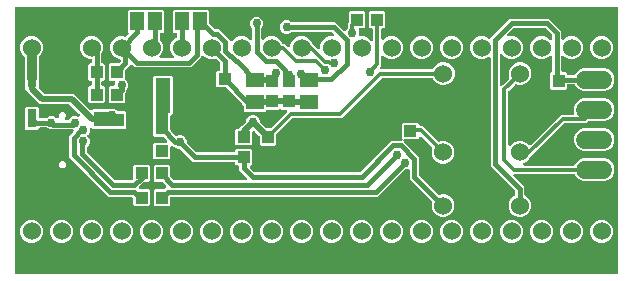
<source format=gbr>
G04 EAGLE Gerber RS-274X export*
G75*
%MOMM*%
%FSLAX34Y34*%
%LPD*%
%INBottom Copper*%
%IPPOS*%
%AMOC8*
5,1,8,0,0,1.08239X$1,22.5*%
G01*
%ADD10R,1.000000X1.100000*%
%ADD11R,1.500000X1.300000*%
%ADD12R,1.100000X1.000000*%
%ADD13C,1.524000*%
%ADD14R,1.300000X1.500000*%
%ADD15C,1.524000*%
%ADD16R,1.168400X1.600200*%
%ADD17R,0.800000X1.600000*%
%ADD18C,0.406400*%
%ADD19C,0.756400*%
%ADD20C,0.508000*%
%ADD21C,0.304800*%
%ADD22C,0.533400*%
%ADD23C,0.812800*%

G36*
X254182Y270D02*
X254182Y270D01*
X254300Y277D01*
X254339Y290D01*
X254379Y295D01*
X254490Y338D01*
X254603Y375D01*
X254637Y397D01*
X254675Y412D01*
X254771Y481D01*
X254872Y545D01*
X254899Y575D01*
X254932Y598D01*
X255008Y690D01*
X255090Y777D01*
X255109Y812D01*
X255135Y843D01*
X255186Y951D01*
X255243Y1055D01*
X255253Y1095D01*
X255270Y1131D01*
X255293Y1248D01*
X255323Y1363D01*
X255326Y1423D01*
X255330Y1443D01*
X255329Y1464D01*
X255333Y1524D01*
X255333Y225489D01*
X255318Y225607D01*
X255310Y225725D01*
X255298Y225764D01*
X255293Y225804D01*
X255249Y225915D01*
X255212Y226028D01*
X255191Y226062D01*
X255176Y226100D01*
X255106Y226196D01*
X255042Y226297D01*
X255013Y226324D01*
X254989Y226357D01*
X254897Y226433D01*
X254811Y226515D01*
X254775Y226534D01*
X254744Y226560D01*
X254636Y226611D01*
X254532Y226668D01*
X254493Y226678D01*
X254456Y226695D01*
X254340Y226718D01*
X254224Y226748D01*
X254164Y226751D01*
X254144Y226755D01*
X254124Y226754D01*
X254064Y226758D01*
X-254064Y226758D01*
X-254182Y226743D01*
X-254300Y226735D01*
X-254339Y226723D01*
X-254379Y226718D01*
X-254490Y226674D01*
X-254603Y226637D01*
X-254637Y226616D01*
X-254675Y226601D01*
X-254771Y226531D01*
X-254872Y226467D01*
X-254899Y226438D01*
X-254932Y226414D01*
X-255008Y226322D01*
X-255090Y226236D01*
X-255109Y226200D01*
X-255135Y226169D01*
X-255186Y226061D01*
X-255243Y225957D01*
X-255253Y225918D01*
X-255270Y225881D01*
X-255293Y225765D01*
X-255323Y225649D01*
X-255326Y225589D01*
X-255330Y225569D01*
X-255329Y225549D01*
X-255333Y225489D01*
X-255333Y1524D01*
X-255318Y1406D01*
X-255310Y1287D01*
X-255298Y1249D01*
X-255293Y1208D01*
X-255249Y1098D01*
X-255212Y985D01*
X-255191Y950D01*
X-255176Y913D01*
X-255106Y817D01*
X-255042Y716D01*
X-255013Y688D01*
X-254989Y655D01*
X-254897Y579D01*
X-254811Y498D01*
X-254775Y478D01*
X-254744Y453D01*
X-254636Y402D01*
X-254532Y344D01*
X-254493Y334D01*
X-254456Y317D01*
X-254340Y295D01*
X-254224Y265D01*
X-254164Y261D01*
X-254144Y257D01*
X-254124Y259D01*
X-254064Y255D01*
X254064Y255D01*
X254182Y270D01*
G37*
%LPC*%
G36*
X-47064Y109044D02*
X-47064Y109044D01*
X-48181Y110161D01*
X-48181Y116363D01*
X-48193Y116461D01*
X-48196Y116560D01*
X-48213Y116619D01*
X-48221Y116679D01*
X-48257Y116771D01*
X-48285Y116866D01*
X-48315Y116918D01*
X-48338Y116974D01*
X-48396Y117054D01*
X-48446Y117140D01*
X-48512Y117215D01*
X-48524Y117232D01*
X-48534Y117240D01*
X-48552Y117261D01*
X-52340Y121048D01*
X-52450Y121133D01*
X-52557Y121222D01*
X-52575Y121231D01*
X-52591Y121243D01*
X-52719Y121299D01*
X-52845Y121358D01*
X-52864Y121361D01*
X-52883Y121370D01*
X-53021Y121391D01*
X-53157Y121417D01*
X-53177Y121416D01*
X-53197Y121419D01*
X-53336Y121406D01*
X-53474Y121398D01*
X-53494Y121391D01*
X-53514Y121390D01*
X-53645Y121342D01*
X-53777Y121300D01*
X-53794Y121289D01*
X-53813Y121282D01*
X-53928Y121204D01*
X-54046Y121129D01*
X-54060Y121115D01*
X-54076Y121103D01*
X-54168Y120999D01*
X-54264Y120898D01*
X-54273Y120880D01*
X-54287Y120865D01*
X-54350Y120741D01*
X-54417Y120619D01*
X-54422Y120600D01*
X-54431Y120582D01*
X-54462Y120446D01*
X-54497Y120311D01*
X-54498Y120283D01*
X-54501Y120271D01*
X-54500Y120251D01*
X-54507Y120151D01*
X-54507Y110661D01*
X-55623Y109544D01*
X-68202Y109544D01*
X-69318Y110661D01*
X-69318Y122239D01*
X-68202Y123356D01*
X-66762Y123356D01*
X-66664Y123368D01*
X-66565Y123371D01*
X-66506Y123388D01*
X-66446Y123396D01*
X-66354Y123432D01*
X-66259Y123460D01*
X-66207Y123490D01*
X-66151Y123513D01*
X-66070Y123571D01*
X-65985Y123621D01*
X-65910Y123687D01*
X-65893Y123699D01*
X-65885Y123709D01*
X-65881Y123713D01*
X-65877Y123716D01*
X-65875Y123718D01*
X-65864Y123727D01*
X-63435Y126157D01*
X-60034Y129557D01*
X-59974Y129636D01*
X-59906Y129708D01*
X-59877Y129761D01*
X-59840Y129809D01*
X-59800Y129900D01*
X-59752Y129986D01*
X-59737Y130045D01*
X-59713Y130100D01*
X-59698Y130196D01*
X-58797Y132372D01*
X-57197Y133972D01*
X-55106Y134838D01*
X-52844Y134838D01*
X-50753Y133972D01*
X-49153Y132372D01*
X-48259Y130213D01*
X-48255Y130199D01*
X-48247Y130139D01*
X-48211Y130047D01*
X-48183Y129952D01*
X-48153Y129900D01*
X-48130Y129844D01*
X-48072Y129763D01*
X-48022Y129678D01*
X-47956Y129603D01*
X-47944Y129586D01*
X-47934Y129578D01*
X-47916Y129557D01*
X-42586Y124227D01*
X-42507Y124167D01*
X-42435Y124099D01*
X-42382Y124070D01*
X-42334Y124033D01*
X-42243Y123993D01*
X-42157Y123945D01*
X-42098Y123930D01*
X-42043Y123906D01*
X-41945Y123891D01*
X-41849Y123866D01*
X-41749Y123860D01*
X-41728Y123856D01*
X-41716Y123858D01*
X-41688Y123856D01*
X-39245Y123856D01*
X-39147Y123868D01*
X-39048Y123871D01*
X-38990Y123888D01*
X-38930Y123896D01*
X-38838Y123932D01*
X-38743Y123960D01*
X-38690Y123990D01*
X-38634Y124013D01*
X-38554Y124071D01*
X-38469Y124121D01*
X-38393Y124187D01*
X-38377Y124199D01*
X-38369Y124209D01*
X-38348Y124227D01*
X-25380Y137195D01*
X-25073Y137502D01*
X-24988Y137612D01*
X-24899Y137719D01*
X-24890Y137738D01*
X-24878Y137754D01*
X-24822Y137882D01*
X-24763Y138007D01*
X-24760Y138027D01*
X-24752Y138046D01*
X-24730Y138183D01*
X-24704Y138320D01*
X-24705Y138340D01*
X-24702Y138360D01*
X-24715Y138498D01*
X-24723Y138637D01*
X-24730Y138656D01*
X-24732Y138676D01*
X-24779Y138807D01*
X-24821Y138939D01*
X-24832Y138957D01*
X-24839Y138976D01*
X-24917Y139091D01*
X-24992Y139208D01*
X-25006Y139222D01*
X-25018Y139239D01*
X-25122Y139331D01*
X-25223Y139426D01*
X-25241Y139436D01*
X-25256Y139449D01*
X-25380Y139512D01*
X-25502Y139580D01*
X-25521Y139585D01*
X-25539Y139594D01*
X-25675Y139624D01*
X-25810Y139659D01*
X-25838Y139661D01*
X-25850Y139664D01*
X-25870Y139663D01*
X-25970Y139669D01*
X-29602Y139669D01*
X-30059Y140126D01*
X-30153Y140199D01*
X-30242Y140278D01*
X-30278Y140296D01*
X-30310Y140321D01*
X-30419Y140368D01*
X-30525Y140422D01*
X-30565Y140431D01*
X-30602Y140447D01*
X-30720Y140466D01*
X-30836Y140492D01*
X-30876Y140491D01*
X-30916Y140497D01*
X-31035Y140486D01*
X-31153Y140482D01*
X-31192Y140471D01*
X-31233Y140467D01*
X-31345Y140427D01*
X-31459Y140394D01*
X-31494Y140374D01*
X-31532Y140360D01*
X-31630Y140293D01*
X-31733Y140233D01*
X-31778Y140193D01*
X-31795Y140181D01*
X-31808Y140166D01*
X-31854Y140126D01*
X-32311Y139669D01*
X-41713Y139669D01*
X-41831Y139654D01*
X-41949Y139647D01*
X-41988Y139634D01*
X-42028Y139629D01*
X-42139Y139586D01*
X-42252Y139549D01*
X-42286Y139527D01*
X-42324Y139512D01*
X-42420Y139443D01*
X-42521Y139379D01*
X-42548Y139349D01*
X-42581Y139326D01*
X-42657Y139234D01*
X-42739Y139147D01*
X-42758Y139112D01*
X-42784Y139081D01*
X-42835Y138973D01*
X-42884Y138883D01*
X-44098Y137669D01*
X-60677Y137669D01*
X-61793Y138786D01*
X-61793Y142444D01*
X-61803Y142521D01*
X-61803Y142600D01*
X-61812Y142636D01*
X-61812Y142645D01*
X-61824Y142684D01*
X-61833Y142759D01*
X-61862Y142832D01*
X-61881Y142908D01*
X-61897Y142936D01*
X-61901Y142950D01*
X-61925Y142992D01*
X-61950Y143055D01*
X-61996Y143118D01*
X-62034Y143187D01*
X-62057Y143215D01*
X-62062Y143224D01*
X-62095Y143261D01*
X-62136Y143311D01*
X-62140Y143315D01*
X-62149Y143323D01*
X-62169Y143345D01*
X-63412Y144589D01*
X-63424Y144619D01*
X-63471Y144684D01*
X-63510Y144755D01*
X-63610Y144875D01*
X-63611Y144877D01*
X-63612Y144877D01*
X-63613Y144879D01*
X-76315Y158358D01*
X-76406Y158433D01*
X-76491Y158514D01*
X-76528Y158534D01*
X-76560Y158560D01*
X-76667Y158610D01*
X-76770Y158667D01*
X-76810Y158678D01*
X-76848Y158695D01*
X-76964Y158717D01*
X-77078Y158747D01*
X-77140Y158751D01*
X-77161Y158754D01*
X-77181Y158753D01*
X-77239Y158757D01*
X-84077Y158757D01*
X-85193Y159873D01*
X-85193Y171452D01*
X-84077Y172568D01*
X-82994Y172568D01*
X-82876Y172583D01*
X-82758Y172591D01*
X-82719Y172603D01*
X-82679Y172608D01*
X-82568Y172652D01*
X-82455Y172689D01*
X-82421Y172710D01*
X-82383Y172725D01*
X-82287Y172795D01*
X-82186Y172859D01*
X-82159Y172888D01*
X-82126Y172912D01*
X-82050Y173004D01*
X-81968Y173090D01*
X-81949Y173126D01*
X-81923Y173157D01*
X-81872Y173265D01*
X-81815Y173369D01*
X-81805Y173408D01*
X-81788Y173445D01*
X-81765Y173561D01*
X-81735Y173677D01*
X-81732Y173737D01*
X-81728Y173757D01*
X-81729Y173777D01*
X-81725Y173837D01*
X-81725Y178818D01*
X-81738Y178916D01*
X-81741Y179015D01*
X-81757Y179074D01*
X-81765Y179134D01*
X-81802Y179226D01*
X-81829Y179321D01*
X-81860Y179373D01*
X-81882Y179429D01*
X-81940Y179509D01*
X-81991Y179595D01*
X-82057Y179670D01*
X-82069Y179687D01*
X-82078Y179695D01*
X-82097Y179716D01*
X-84947Y182566D01*
X-84971Y182584D01*
X-84990Y182607D01*
X-85096Y182681D01*
X-85199Y182761D01*
X-85226Y182773D01*
X-85250Y182790D01*
X-85371Y182836D01*
X-85490Y182887D01*
X-85520Y182892D01*
X-85547Y182902D01*
X-85676Y182917D01*
X-85805Y182937D01*
X-85834Y182934D01*
X-85863Y182938D01*
X-85992Y182920D01*
X-86121Y182907D01*
X-86149Y182897D01*
X-86178Y182893D01*
X-86331Y182841D01*
X-87005Y182562D01*
X-90795Y182562D01*
X-94296Y184012D01*
X-95496Y185212D01*
X-95580Y185277D01*
X-95628Y185322D01*
X-95652Y185335D01*
X-95712Y185386D01*
X-95731Y185394D01*
X-95747Y185407D01*
X-95874Y185462D01*
X-96000Y185521D01*
X-96020Y185525D01*
X-96039Y185533D01*
X-96177Y185555D01*
X-96313Y185581D01*
X-96333Y185580D01*
X-96353Y185583D01*
X-96492Y185570D01*
X-96630Y185561D01*
X-96649Y185555D01*
X-96669Y185553D01*
X-96801Y185506D01*
X-96932Y185463D01*
X-96950Y185452D01*
X-96969Y185445D01*
X-97084Y185367D01*
X-97201Y185293D01*
X-97215Y185278D01*
X-97232Y185267D01*
X-97324Y185162D01*
X-97419Y185061D01*
X-97429Y185044D01*
X-97442Y185028D01*
X-97506Y184904D01*
X-97573Y184783D01*
X-97578Y184763D01*
X-97587Y184745D01*
X-97599Y184691D01*
X-97600Y184689D01*
X-97602Y184676D01*
X-97617Y184609D01*
X-97652Y184475D01*
X-97654Y184447D01*
X-97657Y184435D01*
X-97656Y184414D01*
X-97658Y184387D01*
X-97660Y184376D01*
X-97659Y184365D01*
X-97662Y184314D01*
X-97662Y184106D01*
X-106319Y175450D01*
X-154031Y175450D01*
X-155984Y177402D01*
X-156078Y177476D01*
X-156167Y177554D01*
X-156203Y177573D01*
X-156235Y177597D01*
X-156344Y177645D01*
X-156450Y177699D01*
X-156490Y177708D01*
X-156527Y177724D01*
X-156645Y177742D01*
X-156761Y177768D01*
X-156801Y177767D01*
X-156841Y177774D01*
X-156960Y177762D01*
X-157078Y177759D01*
X-157117Y177748D01*
X-157158Y177744D01*
X-157270Y177703D01*
X-157384Y177670D01*
X-157419Y177650D01*
X-157457Y177636D01*
X-157555Y177569D01*
X-157658Y177509D01*
X-157703Y177469D01*
X-157720Y177458D01*
X-157733Y177442D01*
X-157779Y177402D01*
X-162023Y173159D01*
X-162083Y173080D01*
X-162151Y173008D01*
X-162180Y172955D01*
X-162217Y172907D01*
X-162257Y172816D01*
X-162305Y172730D01*
X-162320Y172671D01*
X-162344Y172616D01*
X-162359Y172518D01*
X-162384Y172422D01*
X-162390Y172322D01*
X-162394Y172301D01*
X-162392Y172289D01*
X-162394Y172261D01*
X-162394Y166127D01*
X-162382Y166029D01*
X-162379Y165929D01*
X-162362Y165871D01*
X-162354Y165811D01*
X-162318Y165719D01*
X-162290Y165624D01*
X-162260Y165572D01*
X-162237Y165515D01*
X-162179Y165435D01*
X-162129Y165350D01*
X-162063Y165275D01*
X-162051Y165258D01*
X-162041Y165250D01*
X-162023Y165229D01*
X-160278Y163485D01*
X-159412Y161394D01*
X-159412Y159132D01*
X-160278Y157041D01*
X-160791Y156529D01*
X-160851Y156451D01*
X-160919Y156378D01*
X-160948Y156325D01*
X-160985Y156278D01*
X-161025Y156187D01*
X-161073Y156100D01*
X-161088Y156041D01*
X-161112Y155986D01*
X-161127Y155888D01*
X-161152Y155792D01*
X-161158Y155692D01*
X-161162Y155672D01*
X-161160Y155659D01*
X-161162Y155631D01*
X-161162Y154969D01*
X-162023Y154109D01*
X-162083Y154030D01*
X-162151Y153958D01*
X-162180Y153905D01*
X-162217Y153857D01*
X-162257Y153766D01*
X-162305Y153680D01*
X-162320Y153621D01*
X-162344Y153566D01*
X-162359Y153468D01*
X-162384Y153372D01*
X-162390Y153272D01*
X-162394Y153251D01*
X-162392Y153239D01*
X-162394Y153211D01*
X-162394Y146111D01*
X-163511Y144994D01*
X-175089Y144994D01*
X-176206Y146111D01*
X-176206Y158689D01*
X-175089Y159806D01*
X-172057Y159806D01*
X-171939Y159821D01*
X-171820Y159828D01*
X-171782Y159841D01*
X-171741Y159846D01*
X-171631Y159889D01*
X-171518Y159926D01*
X-171483Y159948D01*
X-171446Y159963D01*
X-171350Y160032D01*
X-171249Y160096D01*
X-171221Y160126D01*
X-171188Y160149D01*
X-171112Y160241D01*
X-171031Y160328D01*
X-171011Y160363D01*
X-170986Y160394D01*
X-170935Y160502D01*
X-170877Y160606D01*
X-170867Y160646D01*
X-170850Y160682D01*
X-170828Y160799D01*
X-170798Y160914D01*
X-170794Y160974D01*
X-170790Y160994D01*
X-170792Y161015D01*
X-170788Y161075D01*
X-170788Y161394D01*
X-170417Y162289D01*
X-170408Y162321D01*
X-170406Y162326D01*
X-170404Y162337D01*
X-170383Y162382D01*
X-170362Y162490D01*
X-170333Y162596D01*
X-170332Y162646D01*
X-170323Y162695D01*
X-170330Y162804D01*
X-170328Y162914D01*
X-170340Y162962D01*
X-170343Y163012D01*
X-170377Y163116D01*
X-170402Y163223D01*
X-170425Y163267D01*
X-170441Y163314D01*
X-170500Y163407D01*
X-170551Y163504D01*
X-170584Y163541D01*
X-170611Y163583D01*
X-170691Y163658D01*
X-170765Y163740D01*
X-170806Y163767D01*
X-170843Y163801D01*
X-170939Y163854D01*
X-171031Y163914D01*
X-171078Y163931D01*
X-171121Y163955D01*
X-171227Y163982D01*
X-171331Y164018D01*
X-171381Y164022D01*
X-171429Y164034D01*
X-171590Y164044D01*
X-175089Y164044D01*
X-176206Y165161D01*
X-176206Y177739D01*
X-175089Y178856D01*
X-167989Y178856D01*
X-167891Y178868D01*
X-167792Y178871D01*
X-167733Y178888D01*
X-167673Y178896D01*
X-167581Y178932D01*
X-167486Y178960D01*
X-167434Y178990D01*
X-167378Y179013D01*
X-167298Y179071D01*
X-167212Y179121D01*
X-167137Y179187D01*
X-167120Y179199D01*
X-167112Y179209D01*
X-167091Y179227D01*
X-166234Y180084D01*
X-166174Y180163D01*
X-166106Y180235D01*
X-166077Y180288D01*
X-166040Y180336D01*
X-166000Y180427D01*
X-165952Y180513D01*
X-165937Y180572D01*
X-165913Y180627D01*
X-165898Y180725D01*
X-165873Y180821D01*
X-165867Y180921D01*
X-165863Y180942D01*
X-165865Y180954D01*
X-165863Y180982D01*
X-165863Y181293D01*
X-165878Y181411D01*
X-165885Y181529D01*
X-165898Y181568D01*
X-165903Y181608D01*
X-165946Y181719D01*
X-165983Y181832D01*
X-166005Y181866D01*
X-166020Y181904D01*
X-166089Y182000D01*
X-166153Y182101D01*
X-166183Y182128D01*
X-166206Y182161D01*
X-166298Y182237D01*
X-166385Y182319D01*
X-166420Y182338D01*
X-166451Y182364D01*
X-166559Y182415D01*
X-166663Y182472D01*
X-166703Y182482D01*
X-166739Y182499D01*
X-166856Y182522D01*
X-166968Y182551D01*
X-170496Y184012D01*
X-173176Y186692D01*
X-174626Y190193D01*
X-174626Y193982D01*
X-173176Y197483D01*
X-170496Y200163D01*
X-166995Y201613D01*
X-163205Y201613D01*
X-162531Y201334D01*
X-162502Y201326D01*
X-162476Y201313D01*
X-162349Y201284D01*
X-162224Y201250D01*
X-162194Y201249D01*
X-162165Y201243D01*
X-162036Y201247D01*
X-161906Y201245D01*
X-161877Y201252D01*
X-161848Y201253D01*
X-161723Y201289D01*
X-161597Y201319D01*
X-161570Y201333D01*
X-161542Y201341D01*
X-161431Y201407D01*
X-161315Y201468D01*
X-161294Y201488D01*
X-161268Y201503D01*
X-161147Y201609D01*
X-159430Y203327D01*
X-159357Y203421D01*
X-159278Y203510D01*
X-159260Y203546D01*
X-159235Y203578D01*
X-159187Y203687D01*
X-159133Y203793D01*
X-159125Y203833D01*
X-159108Y203870D01*
X-159090Y203987D01*
X-159064Y204103D01*
X-159065Y204144D01*
X-159059Y204184D01*
X-159070Y204302D01*
X-159073Y204421D01*
X-159085Y204460D01*
X-159088Y204500D01*
X-159129Y204613D01*
X-159162Y204727D01*
X-159182Y204762D01*
X-159196Y204800D01*
X-159263Y204898D01*
X-159323Y205001D01*
X-159363Y205046D01*
X-159375Y205063D01*
X-159390Y205076D01*
X-159430Y205122D01*
X-159830Y205522D01*
X-159830Y223103D01*
X-158714Y224219D01*
X-145451Y224219D01*
X-145360Y224128D01*
X-145266Y224055D01*
X-145177Y223976D01*
X-145141Y223958D01*
X-145109Y223933D01*
X-144999Y223886D01*
X-144893Y223832D01*
X-144854Y223823D01*
X-144817Y223807D01*
X-144699Y223788D01*
X-144583Y223762D01*
X-144543Y223763D01*
X-144503Y223757D01*
X-144384Y223768D01*
X-144265Y223772D01*
X-144226Y223783D01*
X-144186Y223787D01*
X-144074Y223827D01*
X-143960Y223860D01*
X-143925Y223881D01*
X-143887Y223894D01*
X-143788Y223961D01*
X-143686Y224022D01*
X-143641Y224062D01*
X-143624Y224073D01*
X-143610Y224088D01*
X-143565Y224128D01*
X-143474Y224219D01*
X-130211Y224219D01*
X-129095Y223103D01*
X-129095Y205522D01*
X-130211Y204406D01*
X-131636Y204406D01*
X-131754Y204391D01*
X-131872Y204383D01*
X-131911Y204371D01*
X-131951Y204366D01*
X-132062Y204322D01*
X-132175Y204285D01*
X-132209Y204264D01*
X-132247Y204249D01*
X-132343Y204179D01*
X-132444Y204115D01*
X-132471Y204086D01*
X-132504Y204062D01*
X-132580Y203970D01*
X-132662Y203884D01*
X-132681Y203848D01*
X-132707Y203817D01*
X-132758Y203709D01*
X-132815Y203605D01*
X-132825Y203566D01*
X-132842Y203529D01*
X-132865Y203413D01*
X-132895Y203297D01*
X-132898Y203237D01*
X-132902Y203217D01*
X-132901Y203197D01*
X-132905Y203137D01*
X-132905Y199289D01*
X-132892Y199191D01*
X-132889Y199092D01*
X-132873Y199034D01*
X-132865Y198974D01*
X-132828Y198882D01*
X-132801Y198787D01*
X-132770Y198735D01*
X-132748Y198678D01*
X-132690Y198598D01*
X-132639Y198513D01*
X-132573Y198437D01*
X-132561Y198421D01*
X-132552Y198413D01*
X-132533Y198392D01*
X-131624Y197483D01*
X-130174Y193982D01*
X-130174Y190193D01*
X-131624Y186692D01*
X-132824Y185492D01*
X-132909Y185382D01*
X-132998Y185275D01*
X-133007Y185257D01*
X-133019Y185241D01*
X-133074Y185113D01*
X-133134Y184987D01*
X-133137Y184968D01*
X-133145Y184949D01*
X-133167Y184811D01*
X-133193Y184675D01*
X-133192Y184655D01*
X-133195Y184635D01*
X-133182Y184496D01*
X-133174Y184358D01*
X-133167Y184338D01*
X-133165Y184318D01*
X-133118Y184187D01*
X-133076Y184055D01*
X-133065Y184038D01*
X-133058Y184019D01*
X-132980Y183904D01*
X-132905Y183786D01*
X-132891Y183772D01*
X-132879Y183756D01*
X-132775Y183664D01*
X-132674Y183568D01*
X-132656Y183559D01*
X-132641Y183545D01*
X-132517Y183482D01*
X-132395Y183415D01*
X-132376Y183410D01*
X-132358Y183401D01*
X-132222Y183370D01*
X-132087Y183335D01*
X-132059Y183334D01*
X-132047Y183331D01*
X-132027Y183332D01*
X-131927Y183325D01*
X-122073Y183325D01*
X-121935Y183343D01*
X-121797Y183356D01*
X-121778Y183363D01*
X-121758Y183365D01*
X-121629Y183416D01*
X-121498Y183463D01*
X-121481Y183475D01*
X-121462Y183482D01*
X-121350Y183564D01*
X-121235Y183642D01*
X-121221Y183657D01*
X-121205Y183669D01*
X-121116Y183776D01*
X-121024Y183880D01*
X-121015Y183898D01*
X-121002Y183914D01*
X-120943Y184040D01*
X-120880Y184164D01*
X-120875Y184183D01*
X-120866Y184202D01*
X-120840Y184338D01*
X-120810Y184474D01*
X-120810Y184494D01*
X-120807Y184514D01*
X-120815Y184652D01*
X-120820Y184792D01*
X-120825Y184811D01*
X-120826Y184831D01*
X-120869Y184963D01*
X-120908Y185097D01*
X-120918Y185115D01*
X-120924Y185134D01*
X-120999Y185252D01*
X-121069Y185371D01*
X-121088Y185392D01*
X-121095Y185403D01*
X-121110Y185417D01*
X-121176Y185492D01*
X-122376Y186692D01*
X-123826Y190193D01*
X-123826Y193982D01*
X-122376Y197483D01*
X-119696Y200163D01*
X-118704Y200574D01*
X-118678Y200589D01*
X-118650Y200598D01*
X-118540Y200667D01*
X-118428Y200732D01*
X-118406Y200752D01*
X-118381Y200768D01*
X-118292Y200862D01*
X-118199Y200953D01*
X-118184Y200978D01*
X-118163Y200999D01*
X-118101Y201113D01*
X-118033Y201224D01*
X-118024Y201252D01*
X-118010Y201278D01*
X-117977Y201404D01*
X-117939Y201528D01*
X-117938Y201557D01*
X-117930Y201586D01*
X-117920Y201747D01*
X-117920Y203137D01*
X-117935Y203255D01*
X-117943Y203373D01*
X-117955Y203412D01*
X-117960Y203452D01*
X-118004Y203563D01*
X-118041Y203676D01*
X-118062Y203710D01*
X-118077Y203748D01*
X-118147Y203844D01*
X-118211Y203945D01*
X-118240Y203972D01*
X-118264Y204005D01*
X-118356Y204081D01*
X-118442Y204163D01*
X-118478Y204182D01*
X-118509Y204208D01*
X-118617Y204259D01*
X-118721Y204316D01*
X-118760Y204326D01*
X-118797Y204343D01*
X-118913Y204366D01*
X-119029Y204396D01*
X-119089Y204399D01*
X-119109Y204403D01*
X-119129Y204402D01*
X-119189Y204406D01*
X-120614Y204406D01*
X-121730Y205522D01*
X-121730Y223103D01*
X-120614Y224219D01*
X-107351Y224219D01*
X-107260Y224128D01*
X-107166Y224055D01*
X-107077Y223976D01*
X-107041Y223958D01*
X-107009Y223933D01*
X-106899Y223886D01*
X-106793Y223832D01*
X-106754Y223823D01*
X-106717Y223807D01*
X-106599Y223788D01*
X-106483Y223762D01*
X-106443Y223763D01*
X-106403Y223757D01*
X-106284Y223768D01*
X-106165Y223772D01*
X-106126Y223783D01*
X-106086Y223787D01*
X-105974Y223827D01*
X-105860Y223860D01*
X-105825Y223881D01*
X-105787Y223894D01*
X-105688Y223961D01*
X-105586Y224022D01*
X-105541Y224062D01*
X-105524Y224073D01*
X-105510Y224088D01*
X-105465Y224128D01*
X-105374Y224219D01*
X-92111Y224219D01*
X-90995Y223103D01*
X-90995Y212659D01*
X-90982Y212561D01*
X-90979Y212462D01*
X-90963Y212404D01*
X-90955Y212344D01*
X-90918Y212252D01*
X-90891Y212157D01*
X-90860Y212104D01*
X-90838Y212048D01*
X-90780Y211968D01*
X-90729Y211883D01*
X-90663Y211807D01*
X-90651Y211791D01*
X-90642Y211783D01*
X-90623Y211762D01*
X-86815Y207954D01*
X-86737Y207893D01*
X-86665Y207825D01*
X-86612Y207796D01*
X-86564Y207759D01*
X-86473Y207720D01*
X-86386Y207672D01*
X-86328Y207657D01*
X-86272Y207633D01*
X-86174Y207617D01*
X-86078Y207592D01*
X-85978Y207586D01*
X-85958Y207583D01*
X-85946Y207584D01*
X-85918Y207582D01*
X-82482Y207582D01*
X-73378Y198479D01*
X-73375Y198441D01*
X-73368Y198422D01*
X-73365Y198402D01*
X-73314Y198273D01*
X-73267Y198142D01*
X-73256Y198125D01*
X-73248Y198107D01*
X-73167Y197994D01*
X-73089Y197879D01*
X-73073Y197866D01*
X-73062Y197849D01*
X-72954Y197760D01*
X-72850Y197669D01*
X-72832Y197659D01*
X-72817Y197646D01*
X-72691Y197587D01*
X-72567Y197524D01*
X-72547Y197520D01*
X-72529Y197511D01*
X-72393Y197485D01*
X-72257Y197454D01*
X-72236Y197455D01*
X-72217Y197451D01*
X-72078Y197460D01*
X-71939Y197464D01*
X-71919Y197470D01*
X-71899Y197471D01*
X-71767Y197514D01*
X-71633Y197552D01*
X-71616Y197563D01*
X-71597Y197569D01*
X-71479Y197644D01*
X-71359Y197714D01*
X-71338Y197733D01*
X-71328Y197739D01*
X-71314Y197754D01*
X-71239Y197820D01*
X-68896Y200163D01*
X-65395Y201613D01*
X-61605Y201613D01*
X-58104Y200163D01*
X-56904Y198963D01*
X-56795Y198878D01*
X-56688Y198789D01*
X-56669Y198781D01*
X-56653Y198768D01*
X-56526Y198713D01*
X-56400Y198654D01*
X-56380Y198650D01*
X-56361Y198642D01*
X-56223Y198620D01*
X-56087Y198594D01*
X-56067Y198595D01*
X-56047Y198592D01*
X-55908Y198605D01*
X-55770Y198614D01*
X-55751Y198620D01*
X-55731Y198622D01*
X-55599Y198669D01*
X-55468Y198712D01*
X-55450Y198723D01*
X-55431Y198730D01*
X-55316Y198808D01*
X-55199Y198882D01*
X-55185Y198897D01*
X-55168Y198908D01*
X-55076Y199013D01*
X-54981Y199114D01*
X-54971Y199131D01*
X-54958Y199147D01*
X-54894Y199271D01*
X-54827Y199392D01*
X-54822Y199412D01*
X-54813Y199430D01*
X-54783Y199566D01*
X-54748Y199700D01*
X-54746Y199728D01*
X-54743Y199740D01*
X-54744Y199761D01*
X-54738Y199861D01*
X-54738Y208093D01*
X-54750Y208191D01*
X-54753Y208291D01*
X-54770Y208349D01*
X-54778Y208409D01*
X-54814Y208501D01*
X-54842Y208596D01*
X-54872Y208648D01*
X-54895Y208705D01*
X-54953Y208785D01*
X-55003Y208870D01*
X-55069Y208945D01*
X-55081Y208962D01*
X-55091Y208970D01*
X-55109Y208991D01*
X-55622Y209503D01*
X-56488Y211594D01*
X-56488Y213856D01*
X-55622Y215947D01*
X-54022Y217547D01*
X-51931Y218413D01*
X-49669Y218413D01*
X-47578Y217547D01*
X-45978Y215947D01*
X-45112Y213856D01*
X-45112Y211594D01*
X-45978Y209503D01*
X-46491Y208991D01*
X-46551Y208913D01*
X-46619Y208840D01*
X-46648Y208787D01*
X-46685Y208740D01*
X-46725Y208649D01*
X-46773Y208562D01*
X-46788Y208503D01*
X-46812Y208448D01*
X-46827Y208350D01*
X-46852Y208254D01*
X-46858Y208154D01*
X-46862Y208134D01*
X-46860Y208121D01*
X-46862Y208093D01*
X-46862Y199861D01*
X-46845Y199723D01*
X-46832Y199584D01*
X-46825Y199565D01*
X-46822Y199545D01*
X-46771Y199416D01*
X-46724Y199285D01*
X-46713Y199268D01*
X-46705Y199250D01*
X-46624Y199137D01*
X-46546Y199022D01*
X-46530Y199009D01*
X-46519Y198992D01*
X-46411Y198903D01*
X-46307Y198812D01*
X-46289Y198802D01*
X-46274Y198789D01*
X-46148Y198730D01*
X-46024Y198667D01*
X-46004Y198663D01*
X-45986Y198654D01*
X-45849Y198628D01*
X-45714Y198597D01*
X-45693Y198598D01*
X-45674Y198594D01*
X-45535Y198603D01*
X-45396Y198607D01*
X-45376Y198613D01*
X-45356Y198614D01*
X-45224Y198657D01*
X-45090Y198695D01*
X-45073Y198706D01*
X-45054Y198712D01*
X-44936Y198786D01*
X-44816Y198857D01*
X-44795Y198876D01*
X-44785Y198882D01*
X-44771Y198897D01*
X-44696Y198963D01*
X-43496Y200163D01*
X-39995Y201613D01*
X-36205Y201613D01*
X-32704Y200163D01*
X-30024Y197483D01*
X-29535Y196301D01*
X-29520Y196275D01*
X-29511Y196247D01*
X-29441Y196137D01*
X-29377Y196025D01*
X-29357Y196003D01*
X-29341Y195978D01*
X-29246Y195889D01*
X-29156Y195796D01*
X-29131Y195781D01*
X-29109Y195760D01*
X-28995Y195698D01*
X-28885Y195630D01*
X-28856Y195621D01*
X-28831Y195607D01*
X-28705Y195574D01*
X-28581Y195536D01*
X-28551Y195535D01*
X-28523Y195527D01*
X-28362Y195517D01*
X-26905Y195517D01*
X-24392Y193005D01*
X-24283Y192919D01*
X-24176Y192831D01*
X-24157Y192822D01*
X-24141Y192810D01*
X-24013Y192754D01*
X-23888Y192695D01*
X-23868Y192691D01*
X-23849Y192683D01*
X-23711Y192661D01*
X-23575Y192635D01*
X-23555Y192637D01*
X-23535Y192634D01*
X-23396Y192647D01*
X-23258Y192655D01*
X-23239Y192661D01*
X-23219Y192663D01*
X-23087Y192711D01*
X-22956Y192753D01*
X-22938Y192764D01*
X-22919Y192771D01*
X-22804Y192849D01*
X-22687Y192923D01*
X-22673Y192938D01*
X-22656Y192950D01*
X-22564Y193054D01*
X-22469Y193155D01*
X-22459Y193173D01*
X-22446Y193188D01*
X-22382Y193312D01*
X-22315Y193434D01*
X-22310Y193453D01*
X-22301Y193471D01*
X-22271Y193607D01*
X-22236Y193741D01*
X-22234Y193770D01*
X-22231Y193781D01*
X-22232Y193802D01*
X-22226Y193902D01*
X-22226Y193982D01*
X-20776Y197483D01*
X-18096Y200163D01*
X-14595Y201613D01*
X-10805Y201613D01*
X-7304Y200163D01*
X-4624Y197483D01*
X-4135Y196301D01*
X-4120Y196275D01*
X-4111Y196247D01*
X-4041Y196137D01*
X-3977Y196025D01*
X-3957Y196003D01*
X-3941Y195978D01*
X-3846Y195889D01*
X-3756Y195796D01*
X-3731Y195781D01*
X-3709Y195760D01*
X-3595Y195698D01*
X-3592Y195696D01*
X1008Y191096D01*
X1117Y191011D01*
X1224Y190922D01*
X1243Y190913D01*
X1259Y190901D01*
X1387Y190846D01*
X1512Y190787D01*
X1532Y190783D01*
X1551Y190775D01*
X1689Y190753D01*
X1825Y190727D01*
X1845Y190728D01*
X1865Y190725D01*
X2004Y190738D01*
X2142Y190747D01*
X2161Y190753D01*
X2181Y190755D01*
X2313Y190802D01*
X2444Y190845D01*
X2462Y190855D01*
X2481Y190862D01*
X2596Y190940D01*
X2713Y191015D01*
X2727Y191029D01*
X2744Y191041D01*
X2836Y191145D01*
X2931Y191246D01*
X2941Y191264D01*
X2954Y191279D01*
X3018Y191403D01*
X3085Y191525D01*
X3090Y191544D01*
X3099Y191562D01*
X3129Y191698D01*
X3164Y191833D01*
X3166Y191861D01*
X3169Y191873D01*
X3168Y191893D01*
X3174Y191993D01*
X3174Y193982D01*
X4624Y197483D01*
X7304Y200163D01*
X10805Y201613D01*
X13591Y201613D01*
X13729Y201631D01*
X13868Y201644D01*
X13887Y201651D01*
X13907Y201653D01*
X14036Y201704D01*
X14167Y201751D01*
X14184Y201763D01*
X14202Y201770D01*
X14315Y201852D01*
X14430Y201930D01*
X14443Y201945D01*
X14460Y201957D01*
X14549Y202064D01*
X14640Y202168D01*
X14650Y202186D01*
X14663Y202202D01*
X14722Y202328D01*
X14785Y202452D01*
X14790Y202471D01*
X14798Y202490D01*
X14824Y202626D01*
X14855Y202762D01*
X14854Y202782D01*
X14858Y202802D01*
X14849Y202940D01*
X14845Y203080D01*
X14839Y203099D01*
X14838Y203119D01*
X14795Y203251D01*
X14757Y203385D01*
X14746Y203403D01*
X14740Y203422D01*
X14666Y203540D01*
X14595Y203659D01*
X14577Y203680D01*
X14570Y203691D01*
X14555Y203705D01*
X14489Y203780D01*
X13028Y205241D01*
X12950Y205301D01*
X12878Y205369D01*
X12825Y205398D01*
X12777Y205435D01*
X12686Y205475D01*
X12599Y205523D01*
X12541Y205538D01*
X12485Y205562D01*
X12387Y205577D01*
X12291Y205602D01*
X12191Y205608D01*
X12171Y205612D01*
X12159Y205610D01*
X12131Y205612D01*
X-20768Y205612D01*
X-20866Y205600D01*
X-20966Y205597D01*
X-21024Y205580D01*
X-21084Y205572D01*
X-21176Y205536D01*
X-21271Y205508D01*
X-21323Y205478D01*
X-21380Y205455D01*
X-21460Y205397D01*
X-21545Y205347D01*
X-21620Y205281D01*
X-21637Y205269D01*
X-21645Y205259D01*
X-21666Y205241D01*
X-22178Y204728D01*
X-24269Y203862D01*
X-26531Y203862D01*
X-28622Y204728D01*
X-30222Y206328D01*
X-31088Y208419D01*
X-31088Y210681D01*
X-30222Y212772D01*
X-28622Y214372D01*
X-26531Y215238D01*
X-24269Y215238D01*
X-22178Y214372D01*
X-21666Y213859D01*
X-21588Y213799D01*
X-21515Y213731D01*
X-21462Y213702D01*
X-21415Y213665D01*
X-21324Y213625D01*
X-21237Y213577D01*
X-21178Y213562D01*
X-21123Y213538D01*
X-21025Y213523D01*
X-20929Y213498D01*
X-20829Y213492D01*
X-20809Y213488D01*
X-20796Y213490D01*
X-20768Y213488D01*
X15919Y213488D01*
X18597Y210809D01*
X22842Y206564D01*
X22882Y206533D01*
X22915Y206497D01*
X23007Y206436D01*
X23094Y206369D01*
X23139Y206349D01*
X23181Y206322D01*
X23285Y206286D01*
X23386Y206243D01*
X23435Y206235D01*
X23482Y206219D01*
X23591Y206210D01*
X23700Y206193D01*
X23749Y206197D01*
X23799Y206194D01*
X23907Y206212D01*
X24016Y206223D01*
X24063Y206239D01*
X24112Y206248D01*
X24212Y206293D01*
X24316Y206330D01*
X24357Y206358D01*
X24402Y206378D01*
X24488Y206447D01*
X24579Y206509D01*
X24612Y206546D01*
X24650Y206577D01*
X24716Y206665D01*
X24789Y206747D01*
X24812Y206792D01*
X24842Y206831D01*
X24913Y206976D01*
X25341Y208009D01*
X26361Y209030D01*
X26422Y209108D01*
X26490Y209180D01*
X26519Y209233D01*
X26556Y209281D01*
X26595Y209372D01*
X26643Y209459D01*
X26658Y209517D01*
X26682Y209573D01*
X26698Y209671D01*
X26723Y209767D01*
X26729Y209867D01*
X26732Y209887D01*
X26731Y209899D01*
X26733Y209927D01*
X26733Y213121D01*
X27085Y213473D01*
X27146Y213551D01*
X27214Y213623D01*
X27243Y213676D01*
X27280Y213724D01*
X27319Y213815D01*
X27367Y213902D01*
X27382Y213960D01*
X27406Y214016D01*
X27422Y214114D01*
X27447Y214210D01*
X27453Y214310D01*
X27456Y214330D01*
X27455Y214342D01*
X27457Y214370D01*
X27457Y222189D01*
X28573Y223306D01*
X40152Y223306D01*
X41268Y222189D01*
X41268Y209611D01*
X40152Y208494D01*
X36683Y208494D01*
X36634Y208488D01*
X36584Y208490D01*
X36477Y208468D01*
X36367Y208454D01*
X36321Y208436D01*
X36273Y208426D01*
X36174Y208378D01*
X36072Y208337D01*
X36032Y208308D01*
X35987Y208286D01*
X35903Y208215D01*
X35814Y208151D01*
X35783Y208112D01*
X35745Y208080D01*
X35682Y207990D01*
X35612Y207906D01*
X35590Y207861D01*
X35562Y207820D01*
X35523Y207717D01*
X35476Y207618D01*
X35467Y207569D01*
X35449Y207523D01*
X35437Y207413D01*
X35416Y207306D01*
X35419Y207256D01*
X35414Y207207D01*
X35429Y207098D01*
X35436Y206988D01*
X35451Y206941D01*
X35458Y206892D01*
X35510Y206739D01*
X35850Y205919D01*
X35850Y203656D01*
X35731Y203368D01*
X35718Y203320D01*
X35697Y203275D01*
X35676Y203168D01*
X35647Y203062D01*
X35646Y203012D01*
X35637Y202963D01*
X35644Y202853D01*
X35642Y202744D01*
X35654Y202695D01*
X35657Y202646D01*
X35690Y202541D01*
X35716Y202434D01*
X35739Y202390D01*
X35755Y202343D01*
X35813Y202250D01*
X35865Y202153D01*
X35898Y202116D01*
X35925Y202074D01*
X36005Y201999D01*
X36079Y201918D01*
X36120Y201891D01*
X36156Y201856D01*
X36253Y201803D01*
X36344Y201743D01*
X36391Y201727D01*
X36435Y201703D01*
X36541Y201675D01*
X36645Y201640D01*
X36695Y201636D01*
X36743Y201623D01*
X36904Y201613D01*
X39995Y201613D01*
X43496Y200163D01*
X45766Y197893D01*
X45876Y197808D01*
X45983Y197719D01*
X46001Y197710D01*
X46017Y197698D01*
X46145Y197642D01*
X46271Y197583D01*
X46290Y197580D01*
X46309Y197572D01*
X46447Y197550D01*
X46583Y197524D01*
X46603Y197525D01*
X46623Y197522D01*
X46762Y197535D01*
X46900Y197543D01*
X46920Y197550D01*
X46940Y197552D01*
X47071Y197599D01*
X47203Y197641D01*
X47220Y197652D01*
X47239Y197659D01*
X47354Y197737D01*
X47472Y197812D01*
X47486Y197826D01*
X47502Y197838D01*
X47594Y197942D01*
X47690Y198043D01*
X47699Y198061D01*
X47713Y198076D01*
X47776Y198200D01*
X47843Y198322D01*
X47848Y198341D01*
X47857Y198359D01*
X47888Y198495D01*
X47923Y198630D01*
X47924Y198658D01*
X47927Y198670D01*
X47926Y198690D01*
X47933Y198790D01*
X47933Y207225D01*
X47918Y207343D01*
X47910Y207462D01*
X47898Y207500D01*
X47893Y207541D01*
X47849Y207651D01*
X47812Y207764D01*
X47791Y207799D01*
X47776Y207836D01*
X47706Y207932D01*
X47642Y208033D01*
X47613Y208061D01*
X47589Y208094D01*
X47497Y208170D01*
X47411Y208251D01*
X47375Y208271D01*
X47344Y208296D01*
X47236Y208347D01*
X47132Y208405D01*
X47093Y208415D01*
X47056Y208432D01*
X46940Y208454D01*
X46824Y208484D01*
X46764Y208488D01*
X46744Y208492D01*
X46724Y208490D01*
X46664Y208494D01*
X45573Y208494D01*
X44457Y209611D01*
X44457Y222189D01*
X45573Y223306D01*
X57152Y223306D01*
X58268Y222189D01*
X58268Y209611D01*
X57152Y208494D01*
X56061Y208494D01*
X55943Y208479D01*
X55825Y208472D01*
X55786Y208459D01*
X55746Y208454D01*
X55635Y208411D01*
X55522Y208374D01*
X55488Y208352D01*
X55450Y208337D01*
X55354Y208268D01*
X55253Y208204D01*
X55226Y208174D01*
X55193Y208151D01*
X55117Y208059D01*
X55035Y207972D01*
X55016Y207937D01*
X54990Y207906D01*
X54939Y207798D01*
X54882Y207694D01*
X54872Y207654D01*
X54855Y207618D01*
X54832Y207501D01*
X54802Y207386D01*
X54799Y207326D01*
X54795Y207306D01*
X54796Y207285D01*
X54792Y207225D01*
X54792Y199915D01*
X54810Y199777D01*
X54823Y199639D01*
X54830Y199620D01*
X54832Y199600D01*
X54883Y199471D01*
X54930Y199340D01*
X54942Y199323D01*
X54949Y199304D01*
X55031Y199192D01*
X55109Y199077D01*
X55124Y199063D01*
X55136Y199047D01*
X55243Y198958D01*
X55347Y198866D01*
X55365Y198857D01*
X55381Y198844D01*
X55507Y198785D01*
X55631Y198722D01*
X55650Y198717D01*
X55669Y198708D01*
X55805Y198682D01*
X55941Y198652D01*
X55961Y198652D01*
X55981Y198649D01*
X56119Y198657D01*
X56259Y198662D01*
X56278Y198667D01*
X56298Y198668D01*
X56430Y198711D01*
X56564Y198750D01*
X56582Y198760D01*
X56601Y198766D01*
X56719Y198841D01*
X56838Y198911D01*
X56859Y198930D01*
X56870Y198937D01*
X56884Y198952D01*
X56959Y199018D01*
X58104Y200163D01*
X61605Y201613D01*
X65395Y201613D01*
X68896Y200163D01*
X71576Y197483D01*
X73026Y193982D01*
X73026Y190193D01*
X71576Y186692D01*
X68896Y184012D01*
X65395Y182562D01*
X61605Y182562D01*
X58104Y184012D01*
X56959Y185157D01*
X56849Y185242D01*
X56742Y185331D01*
X56724Y185340D01*
X56708Y185352D01*
X56580Y185407D01*
X56454Y185467D01*
X56435Y185470D01*
X56416Y185478D01*
X56278Y185500D01*
X56142Y185526D01*
X56122Y185525D01*
X56102Y185528D01*
X55963Y185515D01*
X55825Y185507D01*
X55805Y185500D01*
X55785Y185498D01*
X55654Y185451D01*
X55522Y185409D01*
X55505Y185398D01*
X55486Y185391D01*
X55371Y185313D01*
X55253Y185238D01*
X55239Y185224D01*
X55223Y185212D01*
X55131Y185108D01*
X55035Y185007D01*
X55026Y184989D01*
X55012Y184974D01*
X54949Y184850D01*
X54882Y184728D01*
X54877Y184709D01*
X54868Y184691D01*
X54837Y184555D01*
X54802Y184420D01*
X54801Y184392D01*
X54798Y184380D01*
X54799Y184360D01*
X54792Y184260D01*
X54792Y176504D01*
X54128Y175840D01*
X54043Y175731D01*
X53954Y175623D01*
X53945Y175605D01*
X53933Y175589D01*
X53878Y175461D01*
X53818Y175335D01*
X53815Y175316D01*
X53807Y175297D01*
X53785Y175159D01*
X53759Y175023D01*
X53760Y175003D01*
X53757Y174983D01*
X53770Y174844D01*
X53778Y174706D01*
X53785Y174686D01*
X53787Y174666D01*
X53834Y174535D01*
X53876Y174403D01*
X53887Y174386D01*
X53894Y174367D01*
X53972Y174252D01*
X54047Y174134D01*
X54061Y174120D01*
X54073Y174104D01*
X54177Y174012D01*
X54278Y173916D01*
X54296Y173907D01*
X54311Y173893D01*
X54435Y173830D01*
X54557Y173763D01*
X54576Y173758D01*
X54594Y173749D01*
X54730Y173718D01*
X54865Y173683D01*
X54893Y173682D01*
X54905Y173679D01*
X54925Y173680D01*
X55025Y173673D01*
X97450Y173673D01*
X97479Y173677D01*
X97509Y173675D01*
X97637Y173697D01*
X97766Y173713D01*
X97793Y173724D01*
X97822Y173729D01*
X97941Y173782D01*
X98061Y173830D01*
X98085Y173847D01*
X98112Y173860D01*
X98213Y173941D01*
X98319Y174017D01*
X98337Y174040D01*
X98360Y174058D01*
X98439Y174162D01*
X98521Y174262D01*
X98534Y174289D01*
X98552Y174312D01*
X98623Y174457D01*
X99112Y175639D01*
X101792Y178319D01*
X105293Y179769D01*
X109083Y179769D01*
X112584Y178319D01*
X115264Y175639D01*
X116714Y172138D01*
X116714Y168349D01*
X115264Y164848D01*
X112584Y162168D01*
X109083Y160718D01*
X105293Y160718D01*
X101792Y162168D01*
X99112Y164848D01*
X98623Y166030D01*
X98608Y166056D01*
X98599Y166084D01*
X98529Y166194D01*
X98465Y166306D01*
X98445Y166328D01*
X98429Y166353D01*
X98334Y166442D01*
X98244Y166535D01*
X98219Y166550D01*
X98197Y166571D01*
X98083Y166633D01*
X97973Y166701D01*
X97944Y166710D01*
X97919Y166724D01*
X97793Y166757D01*
X97669Y166795D01*
X97639Y166796D01*
X97611Y166804D01*
X97450Y166814D01*
X55825Y166814D01*
X55727Y166801D01*
X55628Y166798D01*
X55570Y166782D01*
X55510Y166774D01*
X55418Y166737D01*
X55323Y166710D01*
X55270Y166679D01*
X55214Y166657D01*
X55134Y166599D01*
X55049Y166548D01*
X54973Y166482D01*
X54957Y166470D01*
X54949Y166461D01*
X54928Y166442D01*
X21202Y132716D01*
X-19633Y132716D01*
X-19731Y132704D01*
X-19830Y132701D01*
X-19888Y132684D01*
X-19948Y132676D01*
X-20040Y132640D01*
X-20135Y132612D01*
X-20188Y132582D01*
X-20244Y132559D01*
X-20324Y132501D01*
X-20409Y132451D01*
X-20485Y132385D01*
X-20501Y132373D01*
X-20509Y132363D01*
X-20530Y132345D01*
X-33998Y118877D01*
X-34058Y118799D01*
X-34126Y118727D01*
X-34155Y118674D01*
X-34192Y118626D01*
X-34232Y118535D01*
X-34280Y118448D01*
X-34295Y118390D01*
X-34319Y118334D01*
X-34334Y118236D01*
X-34359Y118140D01*
X-34365Y118040D01*
X-34369Y118020D01*
X-34367Y118008D01*
X-34369Y117980D01*
X-34369Y110161D01*
X-35486Y109044D01*
X-47064Y109044D01*
G37*
%LPD*%
%LPC*%
G36*
X105103Y48831D02*
X105103Y48831D01*
X101602Y50281D01*
X98922Y52961D01*
X97472Y56462D01*
X97472Y60251D01*
X97751Y60926D01*
X97759Y60954D01*
X97772Y60981D01*
X97801Y61107D01*
X97835Y61233D01*
X97836Y61262D01*
X97842Y61291D01*
X97838Y61421D01*
X97840Y61551D01*
X97833Y61579D01*
X97832Y61609D01*
X97796Y61733D01*
X97766Y61860D01*
X97752Y61886D01*
X97744Y61914D01*
X97678Y62026D01*
X97617Y62141D01*
X97597Y62163D01*
X97582Y62188D01*
X97476Y62309D01*
X81418Y78367D01*
X78739Y81046D01*
X78739Y88415D01*
X78733Y88464D01*
X78736Y88514D01*
X78713Y88621D01*
X78700Y88730D01*
X78681Y88777D01*
X78671Y88825D01*
X78623Y88924D01*
X78583Y89026D01*
X78553Y89066D01*
X78531Y89111D01*
X78460Y89194D01*
X78396Y89283D01*
X78357Y89315D01*
X78325Y89353D01*
X78235Y89416D01*
X78151Y89486D01*
X78106Y89507D01*
X78065Y89536D01*
X77962Y89575D01*
X77863Y89622D01*
X77814Y89631D01*
X77768Y89649D01*
X77658Y89661D01*
X77551Y89681D01*
X77501Y89678D01*
X77452Y89684D01*
X77343Y89668D01*
X77233Y89662D01*
X77186Y89646D01*
X77137Y89639D01*
X76984Y89587D01*
X76089Y89217D01*
X75365Y89217D01*
X75267Y89204D01*
X75168Y89201D01*
X75109Y89184D01*
X75049Y89177D01*
X74957Y89140D01*
X74862Y89113D01*
X74810Y89082D01*
X74754Y89060D01*
X74674Y89002D01*
X74588Y88951D01*
X74513Y88885D01*
X74496Y88873D01*
X74489Y88864D01*
X74467Y88845D01*
X54404Y68781D01*
X51725Y66103D01*
X-123025Y66103D01*
X-123143Y66088D01*
X-123262Y66080D01*
X-123300Y66068D01*
X-123341Y66063D01*
X-123451Y66019D01*
X-123564Y65982D01*
X-123599Y65961D01*
X-123636Y65946D01*
X-123732Y65876D01*
X-123833Y65812D01*
X-123861Y65783D01*
X-123894Y65759D01*
X-123970Y65667D01*
X-124051Y65581D01*
X-124071Y65545D01*
X-124096Y65514D01*
X-124147Y65406D01*
X-124205Y65302D01*
X-124215Y65263D01*
X-124232Y65226D01*
X-124254Y65110D01*
X-124284Y64994D01*
X-124288Y64934D01*
X-124292Y64914D01*
X-124290Y64894D01*
X-124294Y64834D01*
X-124294Y58798D01*
X-125411Y57682D01*
X-136989Y57682D01*
X-138106Y58798D01*
X-138106Y71377D01*
X-136989Y72493D01*
X-129889Y72493D01*
X-129791Y72506D01*
X-129692Y72509D01*
X-129633Y72525D01*
X-129573Y72533D01*
X-129481Y72570D01*
X-129386Y72597D01*
X-129334Y72628D01*
X-129278Y72650D01*
X-129198Y72708D01*
X-129112Y72759D01*
X-129037Y72825D01*
X-129020Y72837D01*
X-129012Y72846D01*
X-128991Y72865D01*
X-127677Y74179D01*
X-127604Y74273D01*
X-127526Y74362D01*
X-127507Y74398D01*
X-127482Y74430D01*
X-127435Y74540D01*
X-127381Y74646D01*
X-127372Y74685D01*
X-127356Y74722D01*
X-127337Y74840D01*
X-127311Y74956D01*
X-127313Y74996D01*
X-127306Y75036D01*
X-127317Y75155D01*
X-127321Y75274D01*
X-127332Y75313D01*
X-127336Y75353D01*
X-127376Y75465D01*
X-127409Y75579D01*
X-127430Y75614D01*
X-127444Y75652D01*
X-127510Y75751D01*
X-127571Y75853D01*
X-127611Y75898D01*
X-127622Y75915D01*
X-127637Y75929D01*
X-127677Y75974D01*
X-129651Y77948D01*
X-129729Y78008D01*
X-129801Y78076D01*
X-129854Y78105D01*
X-129902Y78142D01*
X-129993Y78182D01*
X-130080Y78230D01*
X-130138Y78245D01*
X-130194Y78269D01*
X-130292Y78284D01*
X-130388Y78309D01*
X-130488Y78315D01*
X-130508Y78319D01*
X-130520Y78317D01*
X-130548Y78319D01*
X-136989Y78319D01*
X-138106Y79436D01*
X-138106Y92014D01*
X-136989Y93131D01*
X-125411Y93131D01*
X-124294Y92014D01*
X-124294Y84254D01*
X-124282Y84156D01*
X-124279Y84057D01*
X-124262Y83999D01*
X-124254Y83939D01*
X-124218Y83847D01*
X-124190Y83752D01*
X-124160Y83699D01*
X-124137Y83643D01*
X-124079Y83563D01*
X-124029Y83478D01*
X-123963Y83402D01*
X-123951Y83386D01*
X-123941Y83378D01*
X-123923Y83357D01*
X-120885Y80319D01*
X-120806Y80258D01*
X-120734Y80190D01*
X-120681Y80161D01*
X-120633Y80124D01*
X-120542Y80085D01*
X-120456Y80037D01*
X-120397Y80022D01*
X-120342Y79998D01*
X-120244Y79982D01*
X-120148Y79957D01*
X-120048Y79951D01*
X-120027Y79948D01*
X-120015Y79949D01*
X-119987Y79947D01*
X-60005Y79947D01*
X-59868Y79965D01*
X-59729Y79978D01*
X-59710Y79985D01*
X-59690Y79987D01*
X-59561Y80038D01*
X-59430Y80085D01*
X-59413Y80097D01*
X-59394Y80104D01*
X-59282Y80186D01*
X-59166Y80264D01*
X-59153Y80279D01*
X-59137Y80291D01*
X-59048Y80398D01*
X-58956Y80502D01*
X-58947Y80520D01*
X-58934Y80536D01*
X-58875Y80662D01*
X-58811Y80786D01*
X-58807Y80805D01*
X-58798Y80824D01*
X-58772Y80960D01*
X-58742Y81096D01*
X-58742Y81116D01*
X-58739Y81136D01*
X-58747Y81274D01*
X-58751Y81414D01*
X-58757Y81433D01*
X-58758Y81453D01*
X-58801Y81586D01*
X-58840Y81719D01*
X-58850Y81737D01*
X-58856Y81756D01*
X-58931Y81874D01*
X-59001Y81993D01*
X-59020Y82014D01*
X-59027Y82025D01*
X-59042Y82039D01*
X-59108Y82114D01*
X-65850Y88856D01*
X-65850Y91275D01*
X-65865Y91393D01*
X-65873Y91512D01*
X-65885Y91550D01*
X-65890Y91591D01*
X-65934Y91701D01*
X-65971Y91814D01*
X-65992Y91849D01*
X-66007Y91886D01*
X-66077Y91982D01*
X-66141Y92083D01*
X-66170Y92111D01*
X-66194Y92144D01*
X-66286Y92220D01*
X-66372Y92301D01*
X-66408Y92321D01*
X-66439Y92346D01*
X-66547Y92397D01*
X-66651Y92455D01*
X-66690Y92465D01*
X-66727Y92482D01*
X-66843Y92504D01*
X-66959Y92534D01*
X-67019Y92538D01*
X-67039Y92542D01*
X-67059Y92540D01*
X-67119Y92544D01*
X-68202Y92544D01*
X-69318Y93661D01*
X-69318Y94243D01*
X-69333Y94361D01*
X-69341Y94480D01*
X-69353Y94518D01*
X-69358Y94559D01*
X-69402Y94669D01*
X-69439Y94782D01*
X-69460Y94817D01*
X-69475Y94854D01*
X-69545Y94950D01*
X-69609Y95051D01*
X-69638Y95079D01*
X-69662Y95112D01*
X-69754Y95188D01*
X-69840Y95269D01*
X-69876Y95289D01*
X-69907Y95314D01*
X-70015Y95365D01*
X-70119Y95423D01*
X-70158Y95433D01*
X-70195Y95450D01*
X-70311Y95472D01*
X-70427Y95502D01*
X-70487Y95506D01*
X-70507Y95510D01*
X-70527Y95508D01*
X-70587Y95512D01*
X-104819Y95512D01*
X-115397Y106091D01*
X-115475Y106151D01*
X-115547Y106219D01*
X-115600Y106248D01*
X-115648Y106285D01*
X-115739Y106325D01*
X-115826Y106373D01*
X-115884Y106388D01*
X-115940Y106412D01*
X-116038Y106427D01*
X-116134Y106452D01*
X-116234Y106458D01*
X-116254Y106462D01*
X-116266Y106460D01*
X-116294Y106462D01*
X-117019Y106462D01*
X-119109Y107328D01*
X-119622Y107840D01*
X-119700Y107901D01*
X-119772Y107969D01*
X-119825Y107998D01*
X-119873Y108035D01*
X-119964Y108075D01*
X-120051Y108123D01*
X-120109Y108138D01*
X-120165Y108162D01*
X-120263Y108177D01*
X-120358Y108202D01*
X-120458Y108208D01*
X-120479Y108212D01*
X-120491Y108210D01*
X-120519Y108212D01*
X-121156Y108212D01*
X-121628Y108684D01*
X-121737Y108769D01*
X-121844Y108858D01*
X-121863Y108866D01*
X-121879Y108879D01*
X-122007Y108934D01*
X-122132Y108993D01*
X-122152Y108997D01*
X-122171Y109005D01*
X-122309Y109027D01*
X-122445Y109053D01*
X-122465Y109052D01*
X-122485Y109055D01*
X-122624Y109042D01*
X-122762Y109033D01*
X-122781Y109027D01*
X-122801Y109025D01*
X-122932Y108978D01*
X-123064Y108935D01*
X-123082Y108924D01*
X-123101Y108917D01*
X-123215Y108840D01*
X-123333Y108765D01*
X-123347Y108750D01*
X-123364Y108739D01*
X-123456Y108635D01*
X-123551Y108533D01*
X-123561Y108516D01*
X-123574Y108500D01*
X-123637Y108377D01*
X-123705Y108255D01*
X-123710Y108235D01*
X-123719Y108217D01*
X-123749Y108081D01*
X-123784Y107947D01*
X-123786Y107919D01*
X-123789Y107907D01*
X-123788Y107886D01*
X-123794Y107786D01*
X-123794Y98986D01*
X-124911Y97869D01*
X-137489Y97869D01*
X-138606Y98986D01*
X-138606Y110564D01*
X-137489Y111681D01*
X-127689Y111681D01*
X-127551Y111698D01*
X-127412Y111711D01*
X-127393Y111718D01*
X-127373Y111721D01*
X-127244Y111772D01*
X-127113Y111819D01*
X-127096Y111830D01*
X-127078Y111838D01*
X-126965Y111919D01*
X-126850Y111997D01*
X-126837Y112013D01*
X-126820Y112024D01*
X-126731Y112132D01*
X-126640Y112236D01*
X-126630Y112254D01*
X-126617Y112269D01*
X-126558Y112395D01*
X-126495Y112519D01*
X-126490Y112539D01*
X-126482Y112557D01*
X-126456Y112693D01*
X-126425Y112829D01*
X-126426Y112850D01*
X-126422Y112869D01*
X-126431Y113008D01*
X-126435Y113147D01*
X-126441Y113167D01*
X-126442Y113187D01*
X-126485Y113319D01*
X-126523Y113453D01*
X-126534Y113470D01*
X-126540Y113489D01*
X-126614Y113607D01*
X-126685Y113727D01*
X-126703Y113748D01*
X-126710Y113758D01*
X-126725Y113772D01*
X-126791Y113847D01*
X-129227Y116283D01*
X-129250Y116301D01*
X-129270Y116324D01*
X-129376Y116399D01*
X-129478Y116478D01*
X-129505Y116490D01*
X-129530Y116507D01*
X-129651Y116553D01*
X-129770Y116605D01*
X-129799Y116609D01*
X-129827Y116620D01*
X-129956Y116634D01*
X-130084Y116654D01*
X-130114Y116652D01*
X-130143Y116655D01*
X-130271Y116637D01*
X-130401Y116625D01*
X-130429Y116615D01*
X-130458Y116610D01*
X-130610Y116558D01*
X-130631Y116550D01*
X-132894Y116550D01*
X-133553Y116823D01*
X-133562Y116825D01*
X-133570Y116830D01*
X-133715Y116867D01*
X-133859Y116907D01*
X-133869Y116907D01*
X-133878Y116909D01*
X-134038Y116919D01*
X-137489Y116919D01*
X-138606Y118036D01*
X-138606Y167039D01*
X-137489Y168156D01*
X-122911Y168156D01*
X-121794Y167039D01*
X-121794Y136173D01*
X-123015Y134952D01*
X-123064Y134936D01*
X-123099Y134915D01*
X-123136Y134900D01*
X-123232Y134830D01*
X-123333Y134766D01*
X-123361Y134737D01*
X-123394Y134713D01*
X-123470Y134621D01*
X-123551Y134535D01*
X-123571Y134499D01*
X-123596Y134468D01*
X-123647Y134360D01*
X-123705Y134256D01*
X-123715Y134217D01*
X-123732Y134180D01*
X-123754Y134064D01*
X-123784Y133948D01*
X-123788Y133888D01*
X-123792Y133868D01*
X-123790Y133848D01*
X-123794Y133788D01*
X-123794Y122514D01*
X-123782Y122416D01*
X-123779Y122317D01*
X-123762Y122258D01*
X-123754Y122198D01*
X-123718Y122106D01*
X-123690Y122011D01*
X-123660Y121959D01*
X-123637Y121903D01*
X-123579Y121823D01*
X-123529Y121737D01*
X-123463Y121662D01*
X-123451Y121645D01*
X-123441Y121637D01*
X-123423Y121616D01*
X-119475Y117669D01*
X-119451Y117650D01*
X-119432Y117628D01*
X-119326Y117553D01*
X-119223Y117474D01*
X-119196Y117462D01*
X-119172Y117445D01*
X-119051Y117399D01*
X-118932Y117347D01*
X-118902Y117343D01*
X-118875Y117332D01*
X-118746Y117318D01*
X-118618Y117297D01*
X-118588Y117300D01*
X-118559Y117297D01*
X-118430Y117315D01*
X-118301Y117327D01*
X-118273Y117337D01*
X-118244Y117341D01*
X-118092Y117393D01*
X-117019Y117838D01*
X-114756Y117838D01*
X-112666Y116972D01*
X-111066Y115372D01*
X-110200Y113281D01*
X-110200Y112557D01*
X-110187Y112459D01*
X-110184Y112360D01*
X-110168Y112301D01*
X-110160Y112241D01*
X-110123Y112149D01*
X-110096Y112054D01*
X-110065Y112002D01*
X-110043Y111946D01*
X-109985Y111866D01*
X-109934Y111780D01*
X-109868Y111705D01*
X-109856Y111688D01*
X-109847Y111680D01*
X-109828Y111659D01*
X-101928Y103759D01*
X-101850Y103699D01*
X-101778Y103631D01*
X-101725Y103602D01*
X-101677Y103565D01*
X-101586Y103525D01*
X-101499Y103477D01*
X-101441Y103462D01*
X-101385Y103438D01*
X-101287Y103423D01*
X-101191Y103398D01*
X-101091Y103392D01*
X-101071Y103388D01*
X-101059Y103390D01*
X-101031Y103388D01*
X-70587Y103388D01*
X-70469Y103403D01*
X-70351Y103410D01*
X-70312Y103423D01*
X-70272Y103428D01*
X-70161Y103471D01*
X-70048Y103508D01*
X-70014Y103530D01*
X-69976Y103545D01*
X-69880Y103614D01*
X-69779Y103678D01*
X-69752Y103708D01*
X-69719Y103731D01*
X-69643Y103823D01*
X-69561Y103910D01*
X-69542Y103945D01*
X-69516Y103976D01*
X-69465Y104084D01*
X-69408Y104188D01*
X-69398Y104228D01*
X-69381Y104264D01*
X-69358Y104381D01*
X-69328Y104496D01*
X-69325Y104556D01*
X-69321Y104576D01*
X-69322Y104597D01*
X-69318Y104657D01*
X-69318Y105239D01*
X-68202Y106356D01*
X-55623Y106356D01*
X-54507Y105239D01*
X-54507Y93661D01*
X-55670Y92497D01*
X-55781Y92453D01*
X-55912Y92406D01*
X-55929Y92395D01*
X-55947Y92387D01*
X-56060Y92306D01*
X-56175Y92228D01*
X-56188Y92212D01*
X-56205Y92201D01*
X-56294Y92093D01*
X-56385Y91989D01*
X-56395Y91971D01*
X-56408Y91956D01*
X-56467Y91830D01*
X-56530Y91706D01*
X-56535Y91686D01*
X-56543Y91668D01*
X-56569Y91532D01*
X-56600Y91396D01*
X-56599Y91375D01*
X-56603Y91356D01*
X-56594Y91217D01*
X-56590Y91078D01*
X-56584Y91058D01*
X-56583Y91038D01*
X-56540Y90906D01*
X-56502Y90772D01*
X-56491Y90755D01*
X-56485Y90736D01*
X-56411Y90618D01*
X-56340Y90498D01*
X-56322Y90477D01*
X-56315Y90467D01*
X-56300Y90453D01*
X-56234Y90378D01*
X-52716Y86859D01*
X-52637Y86799D01*
X-52565Y86731D01*
X-52512Y86702D01*
X-52464Y86665D01*
X-52373Y86625D01*
X-52287Y86577D01*
X-52228Y86562D01*
X-52173Y86538D01*
X-52075Y86523D01*
X-51979Y86498D01*
X-51879Y86492D01*
X-51858Y86488D01*
X-51846Y86490D01*
X-51818Y86488D01*
X35943Y86488D01*
X36041Y86500D01*
X36140Y86503D01*
X36199Y86520D01*
X36259Y86528D01*
X36351Y86564D01*
X36446Y86592D01*
X36498Y86622D01*
X36554Y86645D01*
X36634Y86703D01*
X36720Y86753D01*
X36795Y86819D01*
X36812Y86831D01*
X36820Y86841D01*
X36841Y86859D01*
X63238Y113257D01*
X71534Y113257D01*
X71672Y113274D01*
X71810Y113287D01*
X71829Y113294D01*
X71849Y113297D01*
X71979Y113348D01*
X72110Y113395D01*
X72126Y113406D01*
X72145Y113414D01*
X72257Y113495D01*
X72373Y113573D01*
X72386Y113589D01*
X72402Y113600D01*
X72491Y113708D01*
X72583Y113812D01*
X72592Y113830D01*
X72605Y113845D01*
X72665Y113971D01*
X72728Y114095D01*
X72732Y114115D01*
X72741Y114133D01*
X72767Y114270D01*
X72797Y114405D01*
X72797Y114426D01*
X72801Y114445D01*
X72792Y114584D01*
X72788Y114723D01*
X72782Y114743D01*
X72781Y114763D01*
X72738Y114895D01*
X72699Y115029D01*
X72689Y115046D01*
X72683Y115065D01*
X72609Y115183D01*
X72538Y115303D01*
X72519Y115324D01*
X72513Y115334D01*
X72498Y115348D01*
X72431Y115423D01*
X71969Y115886D01*
X71969Y127464D01*
X73086Y128581D01*
X85664Y128581D01*
X86781Y127464D01*
X86781Y127317D01*
X86796Y127199D01*
X86803Y127081D01*
X86816Y127042D01*
X86821Y127002D01*
X86864Y126891D01*
X86901Y126778D01*
X86923Y126744D01*
X86938Y126706D01*
X87007Y126610D01*
X87071Y126509D01*
X87101Y126482D01*
X87124Y126449D01*
X87216Y126373D01*
X87303Y126291D01*
X87338Y126272D01*
X87369Y126246D01*
X87477Y126195D01*
X87581Y126138D01*
X87621Y126128D01*
X87657Y126111D01*
X87774Y126088D01*
X87889Y126058D01*
X87949Y126055D01*
X87969Y126051D01*
X87990Y126052D01*
X88050Y126048D01*
X89368Y126048D01*
X102537Y112879D01*
X102560Y112861D01*
X102579Y112839D01*
X102685Y112764D01*
X102788Y112685D01*
X102815Y112673D01*
X102839Y112656D01*
X102961Y112610D01*
X103080Y112558D01*
X103109Y112554D01*
X103137Y112543D01*
X103266Y112529D01*
X103394Y112508D01*
X103424Y112511D01*
X103453Y112508D01*
X103581Y112526D01*
X103711Y112538D01*
X103739Y112548D01*
X103768Y112552D01*
X103920Y112604D01*
X105103Y113094D01*
X108892Y113094D01*
X112393Y111644D01*
X115073Y108964D01*
X116523Y105463D01*
X116523Y101674D01*
X115073Y98173D01*
X112393Y95493D01*
X108892Y94043D01*
X105103Y94043D01*
X101602Y95493D01*
X98922Y98173D01*
X97472Y101674D01*
X97472Y105463D01*
X97962Y106646D01*
X97969Y106674D01*
X97983Y106701D01*
X98011Y106827D01*
X98046Y106953D01*
X98046Y106982D01*
X98053Y107011D01*
X98049Y107140D01*
X98051Y107271D01*
X98044Y107299D01*
X98043Y107329D01*
X98007Y107453D01*
X97976Y107580D01*
X97963Y107606D01*
X97954Y107634D01*
X97889Y107746D01*
X97828Y107861D01*
X97808Y107883D01*
X97793Y107908D01*
X97687Y108029D01*
X88947Y116768D01*
X88838Y116853D01*
X88731Y116942D01*
X88712Y116951D01*
X88696Y116963D01*
X88568Y117019D01*
X88443Y117078D01*
X88423Y117081D01*
X88404Y117089D01*
X88266Y117111D01*
X88130Y117137D01*
X88110Y117136D01*
X88090Y117139D01*
X87951Y117126D01*
X87813Y117118D01*
X87794Y117111D01*
X87774Y117109D01*
X87642Y117062D01*
X87511Y117020D01*
X87493Y117009D01*
X87474Y117002D01*
X87359Y116924D01*
X87242Y116849D01*
X87228Y116835D01*
X87211Y116823D01*
X87119Y116719D01*
X87024Y116618D01*
X87014Y116600D01*
X87001Y116585D01*
X86937Y116461D01*
X86870Y116339D01*
X86865Y116320D01*
X86856Y116302D01*
X86826Y116166D01*
X86791Y116031D01*
X86789Y116003D01*
X86786Y115991D01*
X86787Y115971D01*
X86782Y115887D01*
X85664Y114769D01*
X74643Y114769D01*
X74505Y114752D01*
X74366Y114739D01*
X74347Y114732D01*
X74327Y114729D01*
X74198Y114678D01*
X74067Y114631D01*
X74050Y114620D01*
X74031Y114612D01*
X73919Y114531D01*
X73804Y114453D01*
X73790Y114437D01*
X73774Y114426D01*
X73685Y114318D01*
X73593Y114214D01*
X73584Y114196D01*
X73571Y114181D01*
X73512Y114055D01*
X73449Y113931D01*
X73444Y113911D01*
X73436Y113893D01*
X73410Y113757D01*
X73379Y113621D01*
X73380Y113600D01*
X73376Y113581D01*
X73385Y113442D01*
X73389Y113303D01*
X73394Y113283D01*
X73396Y113263D01*
X73439Y113131D01*
X73477Y112997D01*
X73487Y112980D01*
X73494Y112961D01*
X73568Y112843D01*
X73639Y112723D01*
X73657Y112702D01*
X73664Y112692D01*
X73679Y112678D01*
X73745Y112603D01*
X86615Y99733D01*
X86615Y84834D01*
X86627Y84736D01*
X86630Y84636D01*
X86647Y84578D01*
X86655Y84518D01*
X86691Y84426D01*
X86719Y84331D01*
X86749Y84279D01*
X86772Y84222D01*
X86830Y84142D01*
X86880Y84057D01*
X86947Y83982D01*
X86959Y83965D01*
X86968Y83957D01*
X86987Y83936D01*
X103045Y67878D01*
X103068Y67860D01*
X103087Y67837D01*
X103149Y67794D01*
X103176Y67768D01*
X103211Y67749D01*
X103296Y67683D01*
X103323Y67671D01*
X103347Y67654D01*
X103469Y67608D01*
X103588Y67557D01*
X103617Y67552D01*
X103645Y67542D01*
X103774Y67527D01*
X103902Y67507D01*
X103932Y67510D01*
X103961Y67506D01*
X104089Y67524D01*
X104219Y67537D01*
X104247Y67547D01*
X104276Y67551D01*
X104428Y67603D01*
X105103Y67882D01*
X108892Y67882D01*
X112393Y66432D01*
X115073Y63752D01*
X116523Y60251D01*
X116523Y56462D01*
X115073Y52961D01*
X112393Y50281D01*
X108892Y48831D01*
X105103Y48831D01*
G37*
%LPD*%
%LPC*%
G36*
X170127Y48831D02*
X170127Y48831D01*
X166626Y50281D01*
X163946Y52961D01*
X162496Y56462D01*
X162496Y60251D01*
X163946Y63752D01*
X166626Y66432D01*
X167300Y66711D01*
X167326Y66726D01*
X167354Y66735D01*
X167464Y66805D01*
X167576Y66869D01*
X167598Y66890D01*
X167623Y66905D01*
X167712Y67000D01*
X167805Y67090D01*
X167820Y67115D01*
X167841Y67137D01*
X167903Y67251D01*
X167971Y67361D01*
X167980Y67390D01*
X167994Y67415D01*
X168026Y67541D01*
X168065Y67665D01*
X168066Y67695D01*
X168074Y67723D01*
X168084Y67884D01*
X168084Y70487D01*
X168071Y70585D01*
X168068Y70684D01*
X168052Y70743D01*
X168044Y70803D01*
X168007Y70895D01*
X167980Y70990D01*
X167949Y71042D01*
X167927Y71098D01*
X167869Y71178D01*
X167818Y71264D01*
X167752Y71339D01*
X167740Y71356D01*
X167731Y71364D01*
X167712Y71385D01*
X147319Y91777D01*
X147319Y183171D01*
X147302Y183309D01*
X147289Y183448D01*
X147282Y183467D01*
X147279Y183487D01*
X147228Y183615D01*
X147181Y183747D01*
X147170Y183764D01*
X147162Y183782D01*
X147081Y183894D01*
X147003Y184010D01*
X146987Y184023D01*
X146976Y184040D01*
X146868Y184128D01*
X146764Y184220D01*
X146746Y184230D01*
X146731Y184243D01*
X146605Y184302D01*
X146481Y184365D01*
X146461Y184369D01*
X146443Y184378D01*
X146306Y184404D01*
X146171Y184435D01*
X146150Y184434D01*
X146131Y184438D01*
X145992Y184429D01*
X145853Y184425D01*
X145833Y184419D01*
X145813Y184418D01*
X145681Y184375D01*
X145547Y184337D01*
X145530Y184326D01*
X145511Y184320D01*
X145393Y184246D01*
X145273Y184175D01*
X145252Y184156D01*
X145242Y184150D01*
X145228Y184135D01*
X145152Y184069D01*
X145096Y184012D01*
X141595Y182562D01*
X137805Y182562D01*
X134304Y184012D01*
X131624Y186692D01*
X130174Y190193D01*
X130174Y193982D01*
X131624Y197483D01*
X134304Y200163D01*
X137805Y201613D01*
X141595Y201613D01*
X145096Y200163D01*
X145152Y200106D01*
X145262Y200021D01*
X145369Y199932D01*
X145388Y199924D01*
X145404Y199911D01*
X145531Y199856D01*
X145657Y199797D01*
X145677Y199793D01*
X145696Y199785D01*
X145833Y199763D01*
X145970Y199737D01*
X145990Y199738D01*
X146010Y199735D01*
X146148Y199748D01*
X146287Y199757D01*
X146306Y199763D01*
X146326Y199765D01*
X146457Y199812D01*
X146589Y199855D01*
X146607Y199866D01*
X146626Y199873D01*
X146740Y199951D01*
X146858Y200025D01*
X146872Y200040D01*
X146889Y200051D01*
X146980Y200155D01*
X147076Y200257D01*
X147086Y200274D01*
X147099Y200290D01*
X147103Y200297D01*
X163469Y216663D01*
X196894Y216663D01*
X207138Y206419D01*
X207138Y199861D01*
X207155Y199723D01*
X207168Y199584D01*
X207175Y199565D01*
X207178Y199545D01*
X207229Y199416D01*
X207276Y199285D01*
X207287Y199268D01*
X207295Y199250D01*
X207376Y199137D01*
X207454Y199022D01*
X207470Y199009D01*
X207481Y198992D01*
X207589Y198903D01*
X207693Y198812D01*
X207711Y198802D01*
X207726Y198789D01*
X207852Y198730D01*
X207976Y198667D01*
X207996Y198663D01*
X208014Y198654D01*
X208151Y198628D01*
X208286Y198597D01*
X208307Y198598D01*
X208326Y198594D01*
X208465Y198603D01*
X208604Y198607D01*
X208624Y198613D01*
X208644Y198614D01*
X208776Y198657D01*
X208910Y198695D01*
X208927Y198706D01*
X208946Y198712D01*
X209064Y198786D01*
X209184Y198857D01*
X209205Y198876D01*
X209215Y198882D01*
X209229Y198897D01*
X209304Y198963D01*
X210504Y200163D01*
X214005Y201613D01*
X217795Y201613D01*
X221296Y200163D01*
X223976Y197483D01*
X225426Y193982D01*
X225426Y190193D01*
X223976Y186692D01*
X221296Y184012D01*
X217795Y182562D01*
X214005Y182562D01*
X210504Y184012D01*
X209304Y185212D01*
X209220Y185277D01*
X209172Y185322D01*
X209148Y185335D01*
X209088Y185386D01*
X209069Y185394D01*
X209053Y185407D01*
X208926Y185462D01*
X208800Y185521D01*
X208780Y185525D01*
X208761Y185533D01*
X208623Y185555D01*
X208487Y185581D01*
X208467Y185580D01*
X208447Y185583D01*
X208308Y185570D01*
X208170Y185561D01*
X208151Y185555D01*
X208131Y185553D01*
X207999Y185506D01*
X207868Y185463D01*
X207850Y185452D01*
X207831Y185445D01*
X207716Y185367D01*
X207599Y185293D01*
X207585Y185278D01*
X207568Y185267D01*
X207476Y185162D01*
X207381Y185061D01*
X207371Y185044D01*
X207358Y185028D01*
X207294Y184904D01*
X207227Y184783D01*
X207222Y184763D01*
X207213Y184745D01*
X207201Y184691D01*
X207200Y184689D01*
X207198Y184676D01*
X207183Y184609D01*
X207148Y184475D01*
X207146Y184447D01*
X207143Y184435D01*
X207144Y184414D01*
X207142Y184387D01*
X207140Y184376D01*
X207141Y184365D01*
X207138Y184314D01*
X207138Y172750D01*
X207153Y172632D01*
X207160Y172513D01*
X207173Y172475D01*
X207178Y172434D01*
X207221Y172324D01*
X207258Y172211D01*
X207280Y172176D01*
X207295Y172139D01*
X207364Y172043D01*
X207428Y171942D01*
X207458Y171914D01*
X207481Y171881D01*
X207573Y171805D01*
X207660Y171724D01*
X207695Y171704D01*
X207726Y171679D01*
X207834Y171628D01*
X207938Y171570D01*
X207978Y171560D01*
X208014Y171543D01*
X208131Y171521D01*
X208246Y171491D01*
X208306Y171487D01*
X208326Y171483D01*
X208347Y171485D01*
X208407Y171481D01*
X210577Y171481D01*
X211693Y170364D01*
X211693Y170307D01*
X211708Y170189D01*
X211716Y170070D01*
X211728Y170032D01*
X211733Y169991D01*
X211777Y169881D01*
X211814Y169768D01*
X211835Y169733D01*
X211850Y169696D01*
X211920Y169600D01*
X211984Y169499D01*
X212013Y169471D01*
X212037Y169438D01*
X212129Y169362D01*
X212215Y169281D01*
X212251Y169261D01*
X212282Y169236D01*
X212390Y169185D01*
X212494Y169127D01*
X212533Y169117D01*
X212570Y169100D01*
X212686Y169078D01*
X212802Y169048D01*
X212862Y169044D01*
X212882Y169040D01*
X212902Y169042D01*
X212962Y169038D01*
X217802Y169038D01*
X217832Y169041D01*
X217861Y169039D01*
X217989Y169061D01*
X218118Y169078D01*
X218145Y169088D01*
X218175Y169093D01*
X218293Y169147D01*
X218414Y169195D01*
X218437Y169212D01*
X218464Y169224D01*
X218566Y169305D01*
X218671Y169381D01*
X218690Y169404D01*
X218713Y169423D01*
X218791Y169526D01*
X218874Y169626D01*
X218886Y169653D01*
X218904Y169677D01*
X218975Y169821D01*
X219254Y170496D01*
X221934Y173176D01*
X225435Y174626D01*
X244465Y174626D01*
X247966Y173176D01*
X250646Y170496D01*
X252096Y166995D01*
X252096Y163205D01*
X250646Y159704D01*
X247966Y157024D01*
X244465Y155574D01*
X225435Y155574D01*
X221934Y157024D01*
X219254Y159704D01*
X218975Y160379D01*
X218960Y160404D01*
X218951Y160432D01*
X218882Y160542D01*
X218818Y160655D01*
X218797Y160676D01*
X218781Y160701D01*
X218687Y160790D01*
X218596Y160883D01*
X218571Y160899D01*
X218550Y160919D01*
X218436Y160982D01*
X218325Y161050D01*
X218297Y161058D01*
X218271Y161073D01*
X218145Y161105D01*
X218021Y161143D01*
X217992Y161145D01*
X217963Y161152D01*
X217802Y161162D01*
X212962Y161162D01*
X212844Y161147D01*
X212726Y161140D01*
X212687Y161127D01*
X212647Y161122D01*
X212536Y161079D01*
X212423Y161042D01*
X212389Y161020D01*
X212351Y161005D01*
X212255Y160936D01*
X212154Y160872D01*
X212127Y160842D01*
X212094Y160819D01*
X212018Y160727D01*
X211936Y160640D01*
X211917Y160605D01*
X211891Y160574D01*
X211840Y160466D01*
X211783Y160362D01*
X211773Y160322D01*
X211756Y160286D01*
X211733Y160169D01*
X211703Y160054D01*
X211700Y159994D01*
X211696Y159974D01*
X211697Y159953D01*
X211693Y159893D01*
X211693Y157786D01*
X210577Y156669D01*
X198998Y156669D01*
X197882Y157786D01*
X197882Y170364D01*
X198891Y171373D01*
X198951Y171451D01*
X199019Y171524D01*
X199048Y171577D01*
X199085Y171624D01*
X199125Y171715D01*
X199173Y171802D01*
X199188Y171861D01*
X199212Y171916D01*
X199227Y172014D01*
X199252Y172110D01*
X199258Y172210D01*
X199262Y172230D01*
X199260Y172243D01*
X199262Y172271D01*
X199262Y184314D01*
X199245Y184450D01*
X199240Y184533D01*
X199236Y184545D01*
X199232Y184591D01*
X199225Y184610D01*
X199222Y184630D01*
X199171Y184759D01*
X199124Y184890D01*
X199113Y184907D01*
X199105Y184925D01*
X199024Y185038D01*
X198946Y185153D01*
X198930Y185166D01*
X198919Y185183D01*
X198811Y185272D01*
X198707Y185363D01*
X198689Y185373D01*
X198674Y185386D01*
X198548Y185445D01*
X198424Y185508D01*
X198404Y185512D01*
X198386Y185521D01*
X198249Y185547D01*
X198114Y185578D01*
X198093Y185577D01*
X198074Y185581D01*
X197935Y185572D01*
X197796Y185568D01*
X197776Y185562D01*
X197756Y185561D01*
X197624Y185518D01*
X197490Y185480D01*
X197473Y185469D01*
X197454Y185463D01*
X197373Y185412D01*
X197364Y185408D01*
X197339Y185391D01*
X197336Y185389D01*
X197216Y185318D01*
X197195Y185299D01*
X197185Y185293D01*
X197171Y185278D01*
X197109Y185223D01*
X197106Y185222D01*
X197105Y185220D01*
X197096Y185212D01*
X195896Y184012D01*
X192395Y182562D01*
X188605Y182562D01*
X185104Y184012D01*
X182424Y186692D01*
X180974Y190193D01*
X180974Y193982D01*
X182424Y197483D01*
X185104Y200163D01*
X188605Y201613D01*
X192395Y201613D01*
X195896Y200163D01*
X197096Y198963D01*
X197205Y198878D01*
X197312Y198789D01*
X197331Y198781D01*
X197347Y198768D01*
X197474Y198713D01*
X197600Y198654D01*
X197620Y198650D01*
X197639Y198642D01*
X197777Y198620D01*
X197913Y198594D01*
X197933Y198595D01*
X197953Y198592D01*
X198092Y198605D01*
X198230Y198614D01*
X198249Y198620D01*
X198269Y198622D01*
X198401Y198669D01*
X198532Y198712D01*
X198550Y198723D01*
X198569Y198730D01*
X198684Y198808D01*
X198801Y198882D01*
X198815Y198897D01*
X198832Y198908D01*
X198924Y199013D01*
X199019Y199114D01*
X199029Y199131D01*
X199042Y199147D01*
X199106Y199271D01*
X199173Y199392D01*
X199178Y199412D01*
X199187Y199430D01*
X199217Y199566D01*
X199252Y199700D01*
X199254Y199728D01*
X199257Y199740D01*
X199256Y199761D01*
X199262Y199861D01*
X199262Y202631D01*
X199250Y202729D01*
X199247Y202828D01*
X199230Y202886D01*
X199222Y202946D01*
X199186Y203038D01*
X199158Y203133D01*
X199128Y203186D01*
X199105Y203242D01*
X199047Y203322D01*
X198997Y203407D01*
X198931Y203483D01*
X198919Y203499D01*
X198909Y203507D01*
X198891Y203528D01*
X194003Y208416D01*
X193925Y208476D01*
X193853Y208544D01*
X193800Y208573D01*
X193752Y208610D01*
X193661Y208650D01*
X193574Y208698D01*
X193516Y208713D01*
X193460Y208737D01*
X193362Y208752D01*
X193266Y208777D01*
X193166Y208783D01*
X193146Y208787D01*
X193134Y208785D01*
X193106Y208787D01*
X167257Y208787D01*
X167159Y208775D01*
X167060Y208772D01*
X167001Y208755D01*
X166941Y208747D01*
X166849Y208711D01*
X166754Y208683D01*
X166702Y208653D01*
X166646Y208630D01*
X166566Y208572D01*
X166480Y208522D01*
X166405Y208456D01*
X166388Y208444D01*
X166380Y208434D01*
X166359Y208416D01*
X161489Y203546D01*
X161447Y203490D01*
X161396Y203442D01*
X161350Y203365D01*
X161294Y203294D01*
X161267Y203230D01*
X161230Y203171D01*
X161204Y203085D01*
X161168Y203002D01*
X161157Y202933D01*
X161137Y202867D01*
X161132Y202777D01*
X161118Y202688D01*
X161125Y202619D01*
X161121Y202549D01*
X161140Y202461D01*
X161148Y202372D01*
X161172Y202306D01*
X161186Y202238D01*
X161225Y202157D01*
X161256Y202072D01*
X161295Y202015D01*
X161326Y201952D01*
X161384Y201884D01*
X161434Y201809D01*
X161487Y201763D01*
X161532Y201710D01*
X161605Y201658D01*
X161673Y201599D01*
X161735Y201567D01*
X161792Y201527D01*
X161876Y201495D01*
X161956Y201454D01*
X162024Y201439D01*
X162089Y201414D01*
X162179Y201404D01*
X162266Y201385D01*
X162336Y201387D01*
X162405Y201379D01*
X162494Y201392D01*
X162584Y201394D01*
X162651Y201414D01*
X162720Y201423D01*
X162873Y201475D01*
X163205Y201613D01*
X166995Y201613D01*
X170496Y200163D01*
X173176Y197483D01*
X174626Y193982D01*
X174626Y190193D01*
X173176Y186692D01*
X170496Y184012D01*
X166995Y182562D01*
X163205Y182562D01*
X159704Y184012D01*
X157361Y186355D01*
X157252Y186440D01*
X157145Y186529D01*
X157126Y186537D01*
X157110Y186550D01*
X156982Y186605D01*
X156857Y186664D01*
X156837Y186668D01*
X156818Y186676D01*
X156680Y186698D01*
X156544Y186724D01*
X156524Y186723D01*
X156504Y186726D01*
X156365Y186713D01*
X156227Y186704D01*
X156208Y186698D01*
X156188Y186696D01*
X156056Y186649D01*
X155925Y186606D01*
X155907Y186595D01*
X155888Y186588D01*
X155773Y186510D01*
X155656Y186436D01*
X155642Y186421D01*
X155625Y186410D01*
X155533Y186305D01*
X155438Y186204D01*
X155428Y186187D01*
X155415Y186171D01*
X155351Y186047D01*
X155284Y185926D01*
X155279Y185906D01*
X155270Y185888D01*
X155240Y185752D01*
X155205Y185618D01*
X155203Y185590D01*
X155200Y185578D01*
X155201Y185557D01*
X155195Y185457D01*
X155195Y161141D01*
X155212Y161003D01*
X155225Y160864D01*
X155232Y160845D01*
X155235Y160825D01*
X155286Y160696D01*
X155333Y160565D01*
X155344Y160548D01*
X155352Y160530D01*
X155433Y160417D01*
X155511Y160302D01*
X155527Y160289D01*
X155538Y160272D01*
X155646Y160183D01*
X155750Y160092D01*
X155768Y160082D01*
X155783Y160069D01*
X155909Y160010D01*
X156033Y159947D01*
X156053Y159943D01*
X156071Y159934D01*
X156207Y159908D01*
X156343Y159877D01*
X156364Y159878D01*
X156383Y159874D01*
X156522Y159883D01*
X156661Y159887D01*
X156681Y159893D01*
X156701Y159894D01*
X156833Y159937D01*
X156967Y159975D01*
X156984Y159986D01*
X157003Y159992D01*
X157121Y160066D01*
X157241Y160137D01*
X157262Y160156D01*
X157272Y160162D01*
X157286Y160177D01*
X157361Y160243D01*
X162901Y165783D01*
X162919Y165806D01*
X162942Y165825D01*
X163016Y165931D01*
X163096Y166034D01*
X163108Y166061D01*
X163125Y166085D01*
X163171Y166207D01*
X163222Y166326D01*
X163227Y166355D01*
X163237Y166383D01*
X163252Y166512D01*
X163272Y166640D01*
X163269Y166670D01*
X163273Y166699D01*
X163255Y166827D01*
X163242Y166957D01*
X163232Y166985D01*
X163228Y167014D01*
X163176Y167166D01*
X162686Y168349D01*
X162686Y172138D01*
X164136Y175639D01*
X166816Y178319D01*
X170317Y179769D01*
X174107Y179769D01*
X177608Y178319D01*
X180288Y175639D01*
X181738Y172138D01*
X181738Y168349D01*
X180288Y164848D01*
X177608Y162168D01*
X174107Y160718D01*
X170317Y160718D01*
X169135Y161208D01*
X169106Y161215D01*
X169080Y161229D01*
X168953Y161257D01*
X168828Y161292D01*
X168798Y161292D01*
X168770Y161299D01*
X168640Y161295D01*
X168510Y161297D01*
X168481Y161290D01*
X168452Y161289D01*
X168327Y161253D01*
X168201Y161222D01*
X168174Y161209D01*
X168146Y161200D01*
X168035Y161135D01*
X167919Y161074D01*
X167898Y161054D01*
X167872Y161039D01*
X167751Y160933D01*
X162551Y155733D01*
X162491Y155654D01*
X162423Y155582D01*
X162394Y155529D01*
X162357Y155481D01*
X162317Y155390D01*
X162269Y155304D01*
X162254Y155245D01*
X162230Y155189D01*
X162215Y155092D01*
X162190Y154996D01*
X162184Y154896D01*
X162180Y154875D01*
X162182Y154863D01*
X162180Y154835D01*
X162180Y110262D01*
X162197Y110125D01*
X162210Y109986D01*
X162217Y109967D01*
X162220Y109947D01*
X162271Y109818D01*
X162318Y109687D01*
X162329Y109670D01*
X162337Y109651D01*
X162418Y109539D01*
X162496Y109424D01*
X162512Y109410D01*
X162523Y109394D01*
X162631Y109305D01*
X162735Y109213D01*
X162753Y109204D01*
X162768Y109191D01*
X162894Y109132D01*
X163018Y109069D01*
X163038Y109064D01*
X163056Y109055D01*
X163192Y109029D01*
X163328Y108999D01*
X163349Y108999D01*
X163368Y108996D01*
X163507Y109004D01*
X163646Y109009D01*
X163666Y109014D01*
X163686Y109015D01*
X163818Y109058D01*
X163952Y109097D01*
X163969Y109107D01*
X163988Y109113D01*
X164106Y109188D01*
X164226Y109258D01*
X164247Y109277D01*
X164257Y109284D01*
X164271Y109299D01*
X164346Y109365D01*
X166626Y111644D01*
X170127Y113094D01*
X173916Y113094D01*
X177417Y111644D01*
X179403Y109658D01*
X179497Y109585D01*
X179587Y109506D01*
X179623Y109488D01*
X179655Y109463D01*
X179764Y109416D01*
X179870Y109362D01*
X179909Y109353D01*
X179946Y109337D01*
X180064Y109318D01*
X180180Y109292D01*
X180220Y109293D01*
X180260Y109287D01*
X180379Y109298D01*
X180498Y109302D01*
X180537Y109313D01*
X180577Y109317D01*
X180689Y109357D01*
X180803Y109390D01*
X180838Y109411D01*
X180876Y109424D01*
X180975Y109491D01*
X181077Y109552D01*
X181123Y109592D01*
X181140Y109603D01*
X181153Y109618D01*
X181198Y109658D01*
X204352Y132811D01*
X206732Y135192D01*
X216987Y135192D01*
X217036Y135198D01*
X217086Y135196D01*
X217193Y135218D01*
X217303Y135232D01*
X217349Y135250D01*
X217397Y135260D01*
X217496Y135309D01*
X217598Y135349D01*
X217638Y135378D01*
X217683Y135400D01*
X217767Y135471D01*
X217856Y135536D01*
X217887Y135574D01*
X217925Y135606D01*
X217988Y135696D01*
X218058Y135781D01*
X218080Y135826D01*
X218108Y135867D01*
X218147Y135969D01*
X218194Y136069D01*
X218203Y136117D01*
X218221Y136164D01*
X218233Y136273D01*
X218254Y136381D01*
X218251Y136430D01*
X218256Y136480D01*
X218241Y136589D01*
X218234Y136698D01*
X218219Y136746D01*
X218212Y136795D01*
X218160Y136947D01*
X217804Y137805D01*
X217804Y141595D01*
X219254Y145096D01*
X221934Y147776D01*
X225435Y149226D01*
X244465Y149226D01*
X247966Y147776D01*
X250646Y145096D01*
X252096Y141595D01*
X252096Y137805D01*
X250646Y134304D01*
X247966Y131624D01*
X244465Y130174D01*
X230800Y130174D01*
X230702Y130162D01*
X230603Y130159D01*
X230545Y130142D01*
X230485Y130134D01*
X230393Y130098D01*
X230298Y130070D01*
X230245Y130040D01*
X230189Y130017D01*
X230109Y129959D01*
X230024Y129909D01*
X229948Y129843D01*
X229932Y129831D01*
X229924Y129821D01*
X229903Y129803D01*
X228433Y128333D01*
X210099Y128333D01*
X210001Y128320D01*
X209902Y128317D01*
X209844Y128301D01*
X209784Y128293D01*
X209692Y128256D01*
X209597Y128229D01*
X209544Y128198D01*
X209488Y128176D01*
X209408Y128118D01*
X209323Y128067D01*
X209247Y128001D01*
X209231Y127989D01*
X209223Y127980D01*
X209202Y127961D01*
X181272Y100031D01*
X181269Y100030D01*
X181148Y99982D01*
X181124Y99965D01*
X181097Y99952D01*
X180996Y99871D01*
X180891Y99795D01*
X180872Y99772D01*
X180849Y99754D01*
X180771Y99650D01*
X180688Y99550D01*
X180676Y99523D01*
X180658Y99500D01*
X180587Y99355D01*
X180097Y98173D01*
X177417Y95493D01*
X175676Y94772D01*
X175615Y94737D01*
X175550Y94711D01*
X175478Y94659D01*
X175400Y94614D01*
X175349Y94566D01*
X175293Y94525D01*
X175236Y94455D01*
X175171Y94393D01*
X175135Y94333D01*
X175090Y94280D01*
X175052Y94198D01*
X175005Y94122D01*
X174984Y94055D01*
X174955Y93992D01*
X174938Y93904D01*
X174911Y93818D01*
X174908Y93748D01*
X174895Y93679D01*
X174900Y93590D01*
X174896Y93500D01*
X174910Y93432D01*
X174915Y93362D01*
X174942Y93277D01*
X174960Y93189D01*
X174991Y93126D01*
X175013Y93060D01*
X175061Y92984D01*
X175100Y92903D01*
X175145Y92850D01*
X175183Y92791D01*
X175248Y92729D01*
X175307Y92661D01*
X175364Y92621D01*
X175414Y92573D01*
X175493Y92530D01*
X175567Y92478D01*
X175632Y92453D01*
X175693Y92419D01*
X175780Y92397D01*
X175864Y92365D01*
X175933Y92357D01*
X176001Y92340D01*
X176162Y92330D01*
X217592Y92330D01*
X217621Y92333D01*
X217651Y92331D01*
X217779Y92353D01*
X217908Y92370D01*
X217935Y92380D01*
X217964Y92385D01*
X218083Y92439D01*
X218203Y92487D01*
X218227Y92504D01*
X218254Y92516D01*
X218355Y92597D01*
X218461Y92673D01*
X218479Y92696D01*
X218502Y92715D01*
X218581Y92818D01*
X218663Y92918D01*
X218676Y92945D01*
X218694Y92969D01*
X218765Y93113D01*
X219254Y94296D01*
X221934Y96976D01*
X225435Y98426D01*
X244465Y98426D01*
X247966Y96976D01*
X250646Y94296D01*
X252096Y90795D01*
X252096Y87005D01*
X250646Y83504D01*
X247966Y80824D01*
X244465Y79374D01*
X225435Y79374D01*
X221934Y80824D01*
X219254Y83504D01*
X218765Y84687D01*
X218750Y84712D01*
X218741Y84740D01*
X218671Y84850D01*
X218607Y84963D01*
X218587Y84984D01*
X218571Y85009D01*
X218476Y85098D01*
X218386Y85191D01*
X218361Y85207D01*
X218339Y85227D01*
X218225Y85290D01*
X218115Y85358D01*
X218086Y85366D01*
X218061Y85381D01*
X217935Y85413D01*
X217811Y85451D01*
X217781Y85453D01*
X217753Y85460D01*
X217592Y85470D01*
X167828Y85470D01*
X167691Y85453D01*
X167552Y85440D01*
X167533Y85433D01*
X167513Y85430D01*
X167384Y85379D01*
X167253Y85332D01*
X167236Y85321D01*
X167217Y85313D01*
X167105Y85232D01*
X166989Y85154D01*
X166976Y85138D01*
X166960Y85127D01*
X166871Y85019D01*
X166779Y84915D01*
X166770Y84897D01*
X166757Y84882D01*
X166698Y84756D01*
X166634Y84632D01*
X166630Y84612D01*
X166621Y84594D01*
X166595Y84458D01*
X166565Y84322D01*
X166565Y84301D01*
X166562Y84282D01*
X166570Y84143D01*
X166574Y84004D01*
X166580Y83984D01*
X166581Y83964D01*
X166624Y83832D01*
X166663Y83698D01*
X166673Y83681D01*
X166679Y83662D01*
X166754Y83544D01*
X166824Y83424D01*
X166843Y83403D01*
X166850Y83393D01*
X166865Y83379D01*
X166931Y83304D01*
X175959Y74275D01*
X175959Y67884D01*
X175963Y67855D01*
X175961Y67825D01*
X175983Y67697D01*
X175999Y67569D01*
X176010Y67541D01*
X176015Y67512D01*
X176068Y67393D01*
X176116Y67273D01*
X176133Y67249D01*
X176146Y67222D01*
X176227Y67120D01*
X176303Y67016D01*
X176326Y66997D01*
X176344Y66974D01*
X176448Y66896D01*
X176548Y66813D01*
X176575Y66800D01*
X176598Y66782D01*
X176743Y66711D01*
X177417Y66432D01*
X180097Y63752D01*
X181547Y60251D01*
X181547Y56462D01*
X180097Y52961D01*
X177417Y50281D01*
X173916Y48831D01*
X170127Y48831D01*
G37*
%LPD*%
%LPC*%
G36*
X-153989Y57682D02*
X-153989Y57682D01*
X-155106Y58798D01*
X-155106Y64311D01*
X-155118Y64410D01*
X-155121Y64508D01*
X-155138Y64567D01*
X-155146Y64627D01*
X-155182Y64719D01*
X-155210Y64814D01*
X-155240Y64866D01*
X-155263Y64922D01*
X-155321Y65002D01*
X-155371Y65088D01*
X-155437Y65163D01*
X-155449Y65180D01*
X-155459Y65188D01*
X-155478Y65209D01*
X-156000Y65731D01*
X-156078Y65792D01*
X-156150Y65860D01*
X-156203Y65889D01*
X-156251Y65926D01*
X-156342Y65965D01*
X-156429Y66013D01*
X-156487Y66028D01*
X-156543Y66052D01*
X-156641Y66068D01*
X-156737Y66093D01*
X-156837Y66099D01*
X-156857Y66102D01*
X-156869Y66101D01*
X-156897Y66103D01*
X-176308Y66103D01*
X-209629Y99424D01*
X-209629Y117532D01*
X-206185Y120976D01*
X-206100Y121086D01*
X-206011Y121193D01*
X-206002Y121211D01*
X-205990Y121227D01*
X-205935Y121355D01*
X-205876Y121481D01*
X-205872Y121501D01*
X-205864Y121519D01*
X-205842Y121657D01*
X-205816Y121793D01*
X-205817Y121813D01*
X-205814Y121833D01*
X-205827Y121972D01*
X-205836Y122110D01*
X-205842Y122130D01*
X-205844Y122150D01*
X-205891Y122281D01*
X-205934Y122413D01*
X-205944Y122430D01*
X-205951Y122449D01*
X-206029Y122564D01*
X-206104Y122682D01*
X-206119Y122696D01*
X-206130Y122712D01*
X-206234Y122804D01*
X-206335Y122900D01*
X-206353Y122909D01*
X-206368Y122923D01*
X-206492Y122986D01*
X-206614Y123053D01*
X-206633Y123058D01*
X-206652Y123067D01*
X-206787Y123098D01*
X-206922Y123133D01*
X-206950Y123134D01*
X-206962Y123137D01*
X-206982Y123136D01*
X-207082Y123143D01*
X-222555Y123143D01*
X-222564Y123142D01*
X-222573Y123143D01*
X-222722Y123122D01*
X-222870Y123103D01*
X-222879Y123100D01*
X-222888Y123098D01*
X-223041Y123046D01*
X-223394Y122900D01*
X-225657Y122900D01*
X-227747Y123766D01*
X-228260Y124278D01*
X-228338Y124339D01*
X-228410Y124407D01*
X-228463Y124436D01*
X-228511Y124473D01*
X-228602Y124512D01*
X-228689Y124560D01*
X-228747Y124575D01*
X-228803Y124599D01*
X-228901Y124615D01*
X-228997Y124640D01*
X-229097Y124646D01*
X-229117Y124649D01*
X-229129Y124648D01*
X-229157Y124650D01*
X-234125Y124650D01*
X-234243Y124635D01*
X-234362Y124627D01*
X-234400Y124615D01*
X-234441Y124610D01*
X-234551Y124566D01*
X-234664Y124529D01*
X-234699Y124508D01*
X-234736Y124493D01*
X-234832Y124423D01*
X-234933Y124359D01*
X-234961Y124330D01*
X-234994Y124306D01*
X-235070Y124214D01*
X-235151Y124128D01*
X-235171Y124092D01*
X-235196Y124061D01*
X-235247Y123953D01*
X-235305Y123849D01*
X-235315Y123810D01*
X-235332Y123773D01*
X-235354Y123657D01*
X-235384Y123541D01*
X-235388Y123481D01*
X-235392Y123461D01*
X-235391Y123455D01*
X-235392Y123452D01*
X-235391Y123439D01*
X-236511Y122319D01*
X-246089Y122319D01*
X-247206Y123436D01*
X-247206Y141014D01*
X-246089Y142131D01*
X-236511Y142131D01*
X-235394Y141014D01*
X-235394Y133794D01*
X-235379Y133676D01*
X-235372Y133558D01*
X-235359Y133519D01*
X-235354Y133479D01*
X-235311Y133368D01*
X-235274Y133255D01*
X-235252Y133221D01*
X-235237Y133183D01*
X-235168Y133087D01*
X-235104Y132986D01*
X-235074Y132959D01*
X-235051Y132926D01*
X-234959Y132850D01*
X-234872Y132768D01*
X-234837Y132749D01*
X-234806Y132723D01*
X-234698Y132672D01*
X-234594Y132615D01*
X-234554Y132605D01*
X-234518Y132588D01*
X-234401Y132565D01*
X-234286Y132535D01*
X-234226Y132532D01*
X-234206Y132528D01*
X-234185Y132529D01*
X-234125Y132525D01*
X-229157Y132525D01*
X-229059Y132538D01*
X-228960Y132541D01*
X-228902Y132557D01*
X-228842Y132565D01*
X-228750Y132602D01*
X-228654Y132629D01*
X-228602Y132660D01*
X-228546Y132682D01*
X-228466Y132740D01*
X-228381Y132791D01*
X-228305Y132857D01*
X-228289Y132869D01*
X-228281Y132878D01*
X-228260Y132897D01*
X-227747Y133409D01*
X-225657Y134275D01*
X-223394Y134275D01*
X-221304Y133409D01*
X-220384Y132490D01*
X-220275Y132405D01*
X-220167Y132316D01*
X-220149Y132307D01*
X-220133Y132295D01*
X-220005Y132239D01*
X-219879Y132180D01*
X-219860Y132176D01*
X-219841Y132168D01*
X-219703Y132146D01*
X-219567Y132120D01*
X-219547Y132122D01*
X-219527Y132119D01*
X-219388Y132132D01*
X-219250Y132140D01*
X-219230Y132146D01*
X-219210Y132148D01*
X-219079Y132196D01*
X-218947Y132238D01*
X-218930Y132249D01*
X-218911Y132256D01*
X-218796Y132334D01*
X-218678Y132408D01*
X-218664Y132423D01*
X-218648Y132435D01*
X-218556Y132539D01*
X-218460Y132640D01*
X-218451Y132658D01*
X-218437Y132673D01*
X-218374Y132797D01*
X-218307Y132919D01*
X-218302Y132938D01*
X-218293Y132956D01*
X-218262Y133092D01*
X-218227Y133226D01*
X-218226Y133255D01*
X-218223Y133266D01*
X-218224Y133287D01*
X-218217Y133387D01*
X-218217Y136295D01*
X-216457Y138055D01*
X-213968Y138055D01*
X-212208Y136295D01*
X-212208Y133805D01*
X-212828Y133185D01*
X-212913Y133076D01*
X-213002Y132968D01*
X-213011Y132950D01*
X-213023Y132934D01*
X-213078Y132806D01*
X-213138Y132680D01*
X-213141Y132661D01*
X-213149Y132642D01*
X-213171Y132504D01*
X-213197Y132368D01*
X-213196Y132348D01*
X-213199Y132328D01*
X-213186Y132189D01*
X-213178Y132051D01*
X-213171Y132031D01*
X-213169Y132011D01*
X-213122Y131880D01*
X-213080Y131748D01*
X-213069Y131731D01*
X-213062Y131712D01*
X-212984Y131597D01*
X-212909Y131479D01*
X-212895Y131466D01*
X-212883Y131449D01*
X-212779Y131357D01*
X-212678Y131261D01*
X-212660Y131252D01*
X-212645Y131238D01*
X-212521Y131175D01*
X-212399Y131108D01*
X-212380Y131103D01*
X-212362Y131094D01*
X-212226Y131063D01*
X-212091Y131029D01*
X-212063Y131027D01*
X-212051Y131024D01*
X-212031Y131025D01*
X-211931Y131018D01*
X-210899Y131018D01*
X-210870Y131022D01*
X-210840Y131020D01*
X-210713Y131042D01*
X-210583Y131058D01*
X-210556Y131069D01*
X-210527Y131074D01*
X-210409Y131127D01*
X-210288Y131175D01*
X-210264Y131192D01*
X-210237Y131205D01*
X-210136Y131286D01*
X-210030Y131362D01*
X-210012Y131385D01*
X-209989Y131403D01*
X-209911Y131507D01*
X-209828Y131607D01*
X-209815Y131634D01*
X-209797Y131657D01*
X-209726Y131802D01*
X-209690Y131890D01*
X-208090Y133490D01*
X-205999Y134356D01*
X-203737Y134356D01*
X-202195Y133717D01*
X-202128Y133699D01*
X-202064Y133671D01*
X-201975Y133657D01*
X-201889Y133633D01*
X-201819Y133632D01*
X-201750Y133621D01*
X-201660Y133630D01*
X-201571Y133628D01*
X-201503Y133645D01*
X-201433Y133651D01*
X-201349Y133682D01*
X-201261Y133703D01*
X-201200Y133735D01*
X-201134Y133759D01*
X-201060Y133809D01*
X-200980Y133851D01*
X-200929Y133898D01*
X-200871Y133937D01*
X-200811Y134005D01*
X-200745Y134065D01*
X-200707Y134124D01*
X-200660Y134176D01*
X-200620Y134256D01*
X-200570Y134331D01*
X-200548Y134397D01*
X-200516Y134459D01*
X-200496Y134547D01*
X-200467Y134632D01*
X-200461Y134701D01*
X-200446Y134769D01*
X-200449Y134859D01*
X-200442Y134949D01*
X-200454Y135018D01*
X-200456Y135087D01*
X-200481Y135174D01*
X-200496Y135262D01*
X-200525Y135326D01*
X-200544Y135393D01*
X-200590Y135470D01*
X-200627Y135552D01*
X-200670Y135607D01*
X-200706Y135667D01*
X-200812Y135788D01*
X-208739Y143714D01*
X-208817Y143775D01*
X-208889Y143843D01*
X-208942Y143872D01*
X-208990Y143909D01*
X-209081Y143948D01*
X-209168Y143996D01*
X-209226Y144011D01*
X-209282Y144035D01*
X-209380Y144051D01*
X-209476Y144076D01*
X-209576Y144082D01*
X-209596Y144085D01*
X-209608Y144084D01*
X-209636Y144086D01*
X-234510Y144086D01*
X-245746Y155321D01*
X-245746Y155450D01*
X-245758Y155548D01*
X-245761Y155647D01*
X-245778Y155705D01*
X-245786Y155765D01*
X-245822Y155857D01*
X-245850Y155953D01*
X-245880Y156005D01*
X-245903Y156061D01*
X-245961Y156141D01*
X-246011Y156227D01*
X-246077Y156302D01*
X-246089Y156318D01*
X-246099Y156326D01*
X-246117Y156347D01*
X-247206Y157436D01*
X-247206Y164631D01*
X-247207Y164640D01*
X-247206Y164649D01*
X-247227Y164798D01*
X-247246Y164946D01*
X-247249Y164955D01*
X-247250Y164964D01*
X-247270Y165021D01*
X-247270Y184060D01*
X-247282Y184158D01*
X-247285Y184257D01*
X-247302Y184316D01*
X-247310Y184376D01*
X-247346Y184468D01*
X-247374Y184563D01*
X-247404Y184615D01*
X-247427Y184671D01*
X-247485Y184751D01*
X-247535Y184837D01*
X-247601Y184912D01*
X-247613Y184929D01*
X-247623Y184936D01*
X-247641Y184958D01*
X-249376Y186692D01*
X-250826Y190193D01*
X-250826Y193982D01*
X-249376Y197483D01*
X-246696Y200163D01*
X-243195Y201613D01*
X-239405Y201613D01*
X-235904Y200163D01*
X-233224Y197483D01*
X-231774Y193982D01*
X-231774Y190193D01*
X-233224Y186692D01*
X-234959Y184958D01*
X-235019Y184879D01*
X-235087Y184807D01*
X-235116Y184754D01*
X-235153Y184706D01*
X-235193Y184615D01*
X-235241Y184529D01*
X-235256Y184470D01*
X-235280Y184414D01*
X-235295Y184316D01*
X-235320Y184221D01*
X-235326Y184121D01*
X-235330Y184100D01*
X-235328Y184088D01*
X-235330Y184060D01*
X-235330Y165000D01*
X-235342Y164955D01*
X-235382Y164810D01*
X-235382Y164800D01*
X-235384Y164791D01*
X-235394Y164631D01*
X-235394Y158070D01*
X-235382Y157972D01*
X-235379Y157873D01*
X-235362Y157814D01*
X-235354Y157754D01*
X-235318Y157662D01*
X-235290Y157567D01*
X-235260Y157515D01*
X-235237Y157459D01*
X-235179Y157378D01*
X-235129Y157293D01*
X-235062Y157218D01*
X-235051Y157201D01*
X-235041Y157193D01*
X-235023Y157172D01*
X-231199Y153349D01*
X-231121Y153288D01*
X-231049Y153220D01*
X-230996Y153191D01*
X-230948Y153154D01*
X-230857Y153115D01*
X-230770Y153067D01*
X-230712Y153052D01*
X-230656Y153028D01*
X-230558Y153012D01*
X-230462Y152987D01*
X-230362Y152981D01*
X-230342Y152978D01*
X-230330Y152979D01*
X-230302Y152977D01*
X-205428Y152977D01*
X-191826Y139376D01*
X-191732Y139303D01*
X-191643Y139224D01*
X-191607Y139206D01*
X-191575Y139181D01*
X-191466Y139134D01*
X-191360Y139080D01*
X-191321Y139071D01*
X-191283Y139055D01*
X-191165Y139036D01*
X-191050Y139010D01*
X-191009Y139011D01*
X-190969Y139005D01*
X-190851Y139016D01*
X-190732Y139020D01*
X-190693Y139031D01*
X-190653Y139035D01*
X-190541Y139075D01*
X-190426Y139108D01*
X-190391Y139129D01*
X-190353Y139142D01*
X-190255Y139209D01*
X-190152Y139270D01*
X-190107Y139309D01*
X-190090Y139321D01*
X-190077Y139336D01*
X-190031Y139376D01*
X-189264Y140143D01*
X-175525Y140143D01*
X-175515Y140144D01*
X-175506Y140143D01*
X-175358Y140164D01*
X-175209Y140183D01*
X-175200Y140187D01*
X-175191Y140188D01*
X-175039Y140240D01*
X-174169Y140600D01*
X-171906Y140600D01*
X-169816Y139734D01*
X-168596Y138515D01*
X-168518Y138454D01*
X-168446Y138386D01*
X-168393Y138357D01*
X-168345Y138320D01*
X-168254Y138281D01*
X-168167Y138233D01*
X-168109Y138218D01*
X-168053Y138194D01*
X-167955Y138178D01*
X-167859Y138153D01*
X-167759Y138147D01*
X-167739Y138144D01*
X-167727Y138145D01*
X-167699Y138143D01*
X-162486Y138143D01*
X-161369Y137027D01*
X-161369Y124448D01*
X-162486Y123332D01*
X-189264Y123332D01*
X-190118Y124185D01*
X-190227Y124270D01*
X-190335Y124359D01*
X-190353Y124368D01*
X-190369Y124380D01*
X-190497Y124436D01*
X-190623Y124495D01*
X-190642Y124499D01*
X-190661Y124507D01*
X-190799Y124529D01*
X-190935Y124555D01*
X-190955Y124553D01*
X-190975Y124556D01*
X-191114Y124543D01*
X-191252Y124535D01*
X-191272Y124529D01*
X-191292Y124527D01*
X-191423Y124479D01*
X-191555Y124437D01*
X-191572Y124426D01*
X-191591Y124419D01*
X-191706Y124341D01*
X-191824Y124267D01*
X-191837Y124252D01*
X-191854Y124240D01*
X-191946Y124136D01*
X-192042Y124035D01*
X-192051Y124017D01*
X-192065Y124002D01*
X-192128Y123878D01*
X-192195Y123756D01*
X-192200Y123737D01*
X-192209Y123719D01*
X-192240Y123583D01*
X-192274Y123449D01*
X-192276Y123420D01*
X-192279Y123409D01*
X-192278Y123388D01*
X-192285Y123288D01*
X-192285Y121041D01*
X-193151Y118951D01*
X-193766Y118335D01*
X-193839Y118241D01*
X-193918Y118152D01*
X-193936Y118116D01*
X-193961Y118084D01*
X-194008Y117975D01*
X-194062Y117869D01*
X-194071Y117830D01*
X-194087Y117792D01*
X-194106Y117675D01*
X-194132Y117559D01*
X-194131Y117518D01*
X-194137Y117478D01*
X-194126Y117360D01*
X-194122Y117241D01*
X-194111Y117202D01*
X-194107Y117162D01*
X-194067Y117049D01*
X-194034Y116935D01*
X-194013Y116900D01*
X-193999Y116862D01*
X-193933Y116764D01*
X-193872Y116661D01*
X-193832Y116616D01*
X-193821Y116599D01*
X-193806Y116586D01*
X-193766Y116540D01*
X-193151Y115925D01*
X-192285Y113835D01*
X-192285Y111572D01*
X-193151Y109482D01*
X-194177Y108455D01*
X-194238Y108376D01*
X-194306Y108304D01*
X-194335Y108251D01*
X-194372Y108203D01*
X-194412Y108112D01*
X-194460Y108026D01*
X-194475Y107967D01*
X-194499Y107912D01*
X-194514Y107814D01*
X-194539Y107718D01*
X-194545Y107618D01*
X-194549Y107598D01*
X-194547Y107585D01*
X-194549Y107557D01*
X-194549Y104449D01*
X-194537Y104351D01*
X-194534Y104252D01*
X-194517Y104193D01*
X-194509Y104133D01*
X-194473Y104041D01*
X-194445Y103946D01*
X-194415Y103894D01*
X-194392Y103838D01*
X-194334Y103757D01*
X-194284Y103672D01*
X-194217Y103597D01*
X-194205Y103580D01*
X-194196Y103572D01*
X-194177Y103551D01*
X-170945Y80319D01*
X-170867Y80258D01*
X-170795Y80190D01*
X-170742Y80161D01*
X-170694Y80124D01*
X-170603Y80085D01*
X-170516Y80037D01*
X-170458Y80022D01*
X-170402Y79998D01*
X-170304Y79982D01*
X-170208Y79957D01*
X-170108Y79951D01*
X-170088Y79948D01*
X-170076Y79949D01*
X-170048Y79947D01*
X-156433Y79947D01*
X-156335Y79960D01*
X-156236Y79963D01*
X-156178Y79979D01*
X-156118Y79987D01*
X-156025Y80024D01*
X-155930Y80051D01*
X-155878Y80082D01*
X-155822Y80104D01*
X-155742Y80162D01*
X-155656Y80213D01*
X-155581Y80279D01*
X-155564Y80291D01*
X-155557Y80300D01*
X-155536Y80319D01*
X-155477Y80377D01*
X-155417Y80455D01*
X-155349Y80527D01*
X-155320Y80580D01*
X-155283Y80628D01*
X-155243Y80719D01*
X-155195Y80806D01*
X-155180Y80864D01*
X-155156Y80920D01*
X-155141Y81018D01*
X-155116Y81114D01*
X-155110Y81214D01*
X-155106Y81234D01*
X-155108Y81247D01*
X-155106Y81275D01*
X-155106Y92014D01*
X-153989Y93131D01*
X-142411Y93131D01*
X-141294Y92014D01*
X-141294Y79436D01*
X-142411Y78319D01*
X-145872Y78319D01*
X-145970Y78307D01*
X-146069Y78304D01*
X-146127Y78287D01*
X-146187Y78279D01*
X-146280Y78243D01*
X-146375Y78215D01*
X-146427Y78185D01*
X-146483Y78162D01*
X-146563Y78104D01*
X-146649Y78054D01*
X-146724Y77988D01*
X-146740Y77976D01*
X-146748Y77966D01*
X-146769Y77948D01*
X-150057Y74660D01*
X-150142Y74550D01*
X-150231Y74443D01*
X-150239Y74425D01*
X-150252Y74409D01*
X-150307Y74281D01*
X-150366Y74155D01*
X-150370Y74136D01*
X-150378Y74117D01*
X-150400Y73979D01*
X-150426Y73843D01*
X-150425Y73823D01*
X-150428Y73803D01*
X-150415Y73664D01*
X-150406Y73526D01*
X-150400Y73506D01*
X-150398Y73486D01*
X-150351Y73355D01*
X-150308Y73223D01*
X-150298Y73206D01*
X-150291Y73187D01*
X-150213Y73072D01*
X-150138Y72954D01*
X-150123Y72940D01*
X-150112Y72924D01*
X-150008Y72832D01*
X-149907Y72736D01*
X-149889Y72727D01*
X-149874Y72713D01*
X-149750Y72650D01*
X-149628Y72583D01*
X-149609Y72578D01*
X-149590Y72569D01*
X-149455Y72538D01*
X-149320Y72503D01*
X-149292Y72502D01*
X-149280Y72499D01*
X-149260Y72500D01*
X-149159Y72493D01*
X-142411Y72493D01*
X-141294Y71377D01*
X-141294Y58798D01*
X-142411Y57682D01*
X-153989Y57682D01*
G37*
%LPD*%
%LPC*%
G36*
X-192089Y144994D02*
X-192089Y144994D01*
X-193206Y146111D01*
X-193206Y158689D01*
X-192089Y159806D01*
X-191507Y159806D01*
X-191389Y159821D01*
X-191270Y159828D01*
X-191232Y159841D01*
X-191191Y159846D01*
X-191081Y159889D01*
X-190968Y159926D01*
X-190933Y159948D01*
X-190896Y159963D01*
X-190800Y160032D01*
X-190699Y160096D01*
X-190671Y160126D01*
X-190638Y160149D01*
X-190562Y160241D01*
X-190481Y160328D01*
X-190461Y160363D01*
X-190436Y160394D01*
X-190385Y160502D01*
X-190327Y160606D01*
X-190317Y160646D01*
X-190300Y160682D01*
X-190278Y160799D01*
X-190248Y160914D01*
X-190244Y160974D01*
X-190240Y160994D01*
X-190242Y161015D01*
X-190238Y161075D01*
X-190238Y162775D01*
X-190253Y162893D01*
X-190260Y163012D01*
X-190273Y163050D01*
X-190278Y163091D01*
X-190321Y163201D01*
X-190358Y163314D01*
X-190380Y163349D01*
X-190395Y163386D01*
X-190464Y163482D01*
X-190528Y163583D01*
X-190558Y163611D01*
X-190581Y163644D01*
X-190673Y163720D01*
X-190760Y163801D01*
X-190795Y163821D01*
X-190826Y163846D01*
X-190934Y163897D01*
X-191038Y163955D01*
X-191078Y163965D01*
X-191114Y163982D01*
X-191231Y164004D01*
X-191346Y164034D01*
X-191406Y164038D01*
X-191426Y164042D01*
X-191447Y164040D01*
X-191507Y164044D01*
X-192089Y164044D01*
X-193206Y165161D01*
X-193206Y177739D01*
X-192089Y178856D01*
X-191507Y178856D01*
X-191389Y178871D01*
X-191270Y178878D01*
X-191232Y178891D01*
X-191191Y178896D01*
X-191081Y178939D01*
X-190968Y178976D01*
X-190933Y178998D01*
X-190896Y179013D01*
X-190800Y179082D01*
X-190699Y179146D01*
X-190671Y179176D01*
X-190638Y179199D01*
X-190562Y179291D01*
X-190481Y179378D01*
X-190461Y179413D01*
X-190436Y179444D01*
X-190385Y179552D01*
X-190327Y179656D01*
X-190317Y179696D01*
X-190300Y179732D01*
X-190278Y179849D01*
X-190248Y179964D01*
X-190244Y180024D01*
X-190240Y180044D01*
X-190242Y180065D01*
X-190238Y180125D01*
X-190238Y181293D01*
X-190253Y181411D01*
X-190260Y181529D01*
X-190273Y181568D01*
X-190278Y181608D01*
X-190321Y181719D01*
X-190358Y181832D01*
X-190380Y181866D01*
X-190395Y181904D01*
X-190464Y182000D01*
X-190528Y182101D01*
X-190558Y182128D01*
X-190581Y182161D01*
X-190673Y182237D01*
X-190760Y182319D01*
X-190795Y182338D01*
X-190826Y182364D01*
X-190934Y182415D01*
X-191038Y182472D01*
X-191078Y182482D01*
X-191114Y182499D01*
X-191231Y182522D01*
X-191346Y182552D01*
X-191406Y182555D01*
X-191426Y182559D01*
X-191447Y182558D01*
X-191507Y182562D01*
X-192395Y182562D01*
X-195896Y184012D01*
X-198576Y186692D01*
X-200026Y190193D01*
X-200026Y193982D01*
X-198576Y197483D01*
X-195896Y200163D01*
X-192395Y201613D01*
X-188605Y201613D01*
X-185104Y200163D01*
X-182424Y197483D01*
X-180974Y193982D01*
X-180974Y190193D01*
X-182266Y187075D01*
X-182268Y187066D01*
X-182273Y187058D01*
X-182310Y186913D01*
X-182350Y186768D01*
X-182350Y186759D01*
X-182352Y186750D01*
X-182362Y186589D01*
X-182362Y180125D01*
X-182347Y180007D01*
X-182340Y179888D01*
X-182327Y179850D01*
X-182322Y179809D01*
X-182279Y179699D01*
X-182242Y179586D01*
X-182220Y179551D01*
X-182205Y179514D01*
X-182136Y179418D01*
X-182072Y179317D01*
X-182042Y179289D01*
X-182019Y179256D01*
X-181927Y179180D01*
X-181840Y179099D01*
X-181805Y179079D01*
X-181774Y179054D01*
X-181666Y179003D01*
X-181562Y178945D01*
X-181522Y178935D01*
X-181486Y178918D01*
X-181369Y178896D01*
X-181254Y178866D01*
X-181194Y178862D01*
X-181174Y178858D01*
X-181153Y178860D01*
X-181093Y178856D01*
X-180511Y178856D01*
X-179394Y177739D01*
X-179394Y165161D01*
X-180511Y164044D01*
X-181093Y164044D01*
X-181211Y164029D01*
X-181330Y164022D01*
X-181368Y164009D01*
X-181409Y164004D01*
X-181519Y163961D01*
X-181632Y163924D01*
X-181667Y163902D01*
X-181704Y163887D01*
X-181800Y163818D01*
X-181901Y163754D01*
X-181929Y163724D01*
X-181962Y163701D01*
X-182038Y163609D01*
X-182119Y163522D01*
X-182139Y163487D01*
X-182164Y163456D01*
X-182215Y163348D01*
X-182273Y163244D01*
X-182283Y163204D01*
X-182300Y163168D01*
X-182322Y163051D01*
X-182352Y162936D01*
X-182356Y162876D01*
X-182360Y162856D01*
X-182358Y162835D01*
X-182362Y162775D01*
X-182362Y161075D01*
X-182347Y160957D01*
X-182340Y160838D01*
X-182327Y160800D01*
X-182322Y160759D01*
X-182279Y160649D01*
X-182242Y160536D01*
X-182220Y160501D01*
X-182205Y160464D01*
X-182136Y160368D01*
X-182072Y160267D01*
X-182042Y160239D01*
X-182019Y160206D01*
X-181927Y160130D01*
X-181840Y160049D01*
X-181805Y160029D01*
X-181774Y160004D01*
X-181666Y159953D01*
X-181562Y159895D01*
X-181522Y159885D01*
X-181486Y159868D01*
X-181369Y159846D01*
X-181254Y159816D01*
X-181194Y159812D01*
X-181174Y159808D01*
X-181153Y159810D01*
X-181093Y159806D01*
X-180511Y159806D01*
X-179394Y158689D01*
X-179394Y146111D01*
X-180511Y144994D01*
X-192089Y144994D01*
G37*
%LPD*%
%LPC*%
G36*
X225435Y104774D02*
X225435Y104774D01*
X221934Y106224D01*
X219254Y108904D01*
X217804Y112405D01*
X217804Y116195D01*
X219254Y119696D01*
X221934Y122376D01*
X225435Y123826D01*
X244465Y123826D01*
X247966Y122376D01*
X250646Y119696D01*
X252096Y116195D01*
X252096Y112405D01*
X250646Y108904D01*
X247966Y106224D01*
X244465Y104774D01*
X225435Y104774D01*
G37*
%LPD*%
%LPC*%
G36*
X239405Y182562D02*
X239405Y182562D01*
X235904Y184012D01*
X233224Y186692D01*
X231774Y190193D01*
X231774Y193982D01*
X233224Y197483D01*
X235904Y200163D01*
X239405Y201613D01*
X243195Y201613D01*
X246696Y200163D01*
X249376Y197483D01*
X250826Y193982D01*
X250826Y190193D01*
X249376Y186692D01*
X246696Y184012D01*
X243195Y182562D01*
X239405Y182562D01*
G37*
%LPD*%
%LPC*%
G36*
X112405Y182562D02*
X112405Y182562D01*
X108904Y184012D01*
X106224Y186692D01*
X104774Y190193D01*
X104774Y193982D01*
X106224Y197483D01*
X108904Y200163D01*
X112405Y201613D01*
X116195Y201613D01*
X119696Y200163D01*
X122376Y197483D01*
X123826Y193982D01*
X123826Y190193D01*
X122376Y186692D01*
X119696Y184012D01*
X116195Y182562D01*
X112405Y182562D01*
G37*
%LPD*%
%LPC*%
G36*
X87005Y182562D02*
X87005Y182562D01*
X83504Y184012D01*
X80824Y186692D01*
X79374Y190193D01*
X79374Y193982D01*
X80824Y197483D01*
X83504Y200163D01*
X87005Y201613D01*
X90795Y201613D01*
X94296Y200163D01*
X96976Y197483D01*
X98426Y193982D01*
X98426Y190193D01*
X96976Y186692D01*
X94296Y184012D01*
X90795Y182562D01*
X87005Y182562D01*
G37*
%LPD*%
%LPC*%
G36*
X239405Y26987D02*
X239405Y26987D01*
X235904Y28437D01*
X233224Y31117D01*
X231774Y34618D01*
X231774Y38407D01*
X233224Y41908D01*
X235904Y44588D01*
X239405Y46038D01*
X243195Y46038D01*
X246696Y44588D01*
X249376Y41908D01*
X250826Y38407D01*
X250826Y34618D01*
X249376Y31117D01*
X246696Y28437D01*
X243195Y26987D01*
X239405Y26987D01*
G37*
%LPD*%
%LPC*%
G36*
X214005Y26987D02*
X214005Y26987D01*
X210504Y28437D01*
X207824Y31117D01*
X206374Y34618D01*
X206374Y38407D01*
X207824Y41908D01*
X210504Y44588D01*
X214005Y46038D01*
X217795Y46038D01*
X221296Y44588D01*
X223976Y41908D01*
X225426Y38407D01*
X225426Y34618D01*
X223976Y31117D01*
X221296Y28437D01*
X217795Y26987D01*
X214005Y26987D01*
G37*
%LPD*%
%LPC*%
G36*
X188605Y26987D02*
X188605Y26987D01*
X185104Y28437D01*
X182424Y31117D01*
X180974Y34618D01*
X180974Y38407D01*
X182424Y41908D01*
X185104Y44588D01*
X188605Y46038D01*
X192395Y46038D01*
X195896Y44588D01*
X198576Y41908D01*
X200026Y38407D01*
X200026Y34618D01*
X198576Y31117D01*
X195896Y28437D01*
X192395Y26987D01*
X188605Y26987D01*
G37*
%LPD*%
%LPC*%
G36*
X163205Y26987D02*
X163205Y26987D01*
X159704Y28437D01*
X157024Y31117D01*
X155574Y34618D01*
X155574Y38407D01*
X157024Y41908D01*
X159704Y44588D01*
X163205Y46038D01*
X166995Y46038D01*
X170496Y44588D01*
X173176Y41908D01*
X174626Y38407D01*
X174626Y34618D01*
X173176Y31117D01*
X170496Y28437D01*
X166995Y26987D01*
X163205Y26987D01*
G37*
%LPD*%
%LPC*%
G36*
X137805Y26987D02*
X137805Y26987D01*
X134304Y28437D01*
X131624Y31117D01*
X130174Y34618D01*
X130174Y38407D01*
X131624Y41908D01*
X134304Y44588D01*
X137805Y46038D01*
X141595Y46038D01*
X145096Y44588D01*
X147776Y41908D01*
X149226Y38407D01*
X149226Y34618D01*
X147776Y31117D01*
X145096Y28437D01*
X141595Y26987D01*
X137805Y26987D01*
G37*
%LPD*%
%LPC*%
G36*
X112405Y26987D02*
X112405Y26987D01*
X108904Y28437D01*
X106224Y31117D01*
X104774Y34618D01*
X104774Y38407D01*
X106224Y41908D01*
X108904Y44588D01*
X112405Y46038D01*
X116195Y46038D01*
X119696Y44588D01*
X122376Y41908D01*
X123826Y38407D01*
X123826Y34618D01*
X122376Y31117D01*
X119696Y28437D01*
X116195Y26987D01*
X112405Y26987D01*
G37*
%LPD*%
%LPC*%
G36*
X87005Y26987D02*
X87005Y26987D01*
X83504Y28437D01*
X80824Y31117D01*
X79374Y34618D01*
X79374Y38407D01*
X80824Y41908D01*
X83504Y44588D01*
X87005Y46038D01*
X90795Y46038D01*
X94296Y44588D01*
X96976Y41908D01*
X98426Y38407D01*
X98426Y34618D01*
X96976Y31117D01*
X94296Y28437D01*
X90795Y26987D01*
X87005Y26987D01*
G37*
%LPD*%
%LPC*%
G36*
X61605Y26987D02*
X61605Y26987D01*
X58104Y28437D01*
X55424Y31117D01*
X53974Y34618D01*
X53974Y38407D01*
X55424Y41908D01*
X58104Y44588D01*
X61605Y46038D01*
X65395Y46038D01*
X68896Y44588D01*
X71576Y41908D01*
X73026Y38407D01*
X73026Y34618D01*
X71576Y31117D01*
X68896Y28437D01*
X65395Y26987D01*
X61605Y26987D01*
G37*
%LPD*%
%LPC*%
G36*
X36205Y26987D02*
X36205Y26987D01*
X32704Y28437D01*
X30024Y31117D01*
X28574Y34618D01*
X28574Y38407D01*
X30024Y41908D01*
X32704Y44588D01*
X36205Y46038D01*
X39995Y46038D01*
X43496Y44588D01*
X46176Y41908D01*
X47626Y38407D01*
X47626Y34618D01*
X46176Y31117D01*
X43496Y28437D01*
X39995Y26987D01*
X36205Y26987D01*
G37*
%LPD*%
%LPC*%
G36*
X10805Y26987D02*
X10805Y26987D01*
X7304Y28437D01*
X4624Y31117D01*
X3174Y34618D01*
X3174Y38407D01*
X4624Y41908D01*
X7304Y44588D01*
X10805Y46038D01*
X14595Y46038D01*
X18096Y44588D01*
X20776Y41908D01*
X22226Y38407D01*
X22226Y34618D01*
X20776Y31117D01*
X18096Y28437D01*
X14595Y26987D01*
X10805Y26987D01*
G37*
%LPD*%
%LPC*%
G36*
X-14595Y26987D02*
X-14595Y26987D01*
X-18096Y28437D01*
X-20776Y31117D01*
X-22226Y34618D01*
X-22226Y38407D01*
X-20776Y41908D01*
X-18096Y44588D01*
X-14595Y46038D01*
X-10805Y46038D01*
X-7304Y44588D01*
X-4624Y41908D01*
X-3174Y38407D01*
X-3174Y34618D01*
X-4624Y31117D01*
X-7304Y28437D01*
X-10805Y26987D01*
X-14595Y26987D01*
G37*
%LPD*%
%LPC*%
G36*
X-39995Y26987D02*
X-39995Y26987D01*
X-43496Y28437D01*
X-46176Y31117D01*
X-47626Y34618D01*
X-47626Y38407D01*
X-46176Y41908D01*
X-43496Y44588D01*
X-39995Y46038D01*
X-36205Y46038D01*
X-32704Y44588D01*
X-30024Y41908D01*
X-28574Y38407D01*
X-28574Y34618D01*
X-30024Y31117D01*
X-32704Y28437D01*
X-36205Y26987D01*
X-39995Y26987D01*
G37*
%LPD*%
%LPC*%
G36*
X-65395Y26987D02*
X-65395Y26987D01*
X-68896Y28437D01*
X-71576Y31117D01*
X-73026Y34618D01*
X-73026Y38407D01*
X-71576Y41908D01*
X-68896Y44588D01*
X-65395Y46038D01*
X-61605Y46038D01*
X-58104Y44588D01*
X-55424Y41908D01*
X-53974Y38407D01*
X-53974Y34618D01*
X-55424Y31117D01*
X-58104Y28437D01*
X-61605Y26987D01*
X-65395Y26987D01*
G37*
%LPD*%
%LPC*%
G36*
X-90795Y26987D02*
X-90795Y26987D01*
X-94296Y28437D01*
X-96976Y31117D01*
X-98426Y34618D01*
X-98426Y38407D01*
X-96976Y41908D01*
X-94296Y44588D01*
X-90795Y46038D01*
X-87005Y46038D01*
X-83504Y44588D01*
X-80824Y41908D01*
X-79374Y38407D01*
X-79374Y34618D01*
X-80824Y31117D01*
X-83504Y28437D01*
X-87005Y26987D01*
X-90795Y26987D01*
G37*
%LPD*%
%LPC*%
G36*
X-116195Y26987D02*
X-116195Y26987D01*
X-119696Y28437D01*
X-122376Y31117D01*
X-123826Y34618D01*
X-123826Y38407D01*
X-122376Y41908D01*
X-119696Y44588D01*
X-116195Y46038D01*
X-112405Y46038D01*
X-108904Y44588D01*
X-106224Y41908D01*
X-104774Y38407D01*
X-104774Y34618D01*
X-106224Y31117D01*
X-108904Y28437D01*
X-112405Y26987D01*
X-116195Y26987D01*
G37*
%LPD*%
%LPC*%
G36*
X-141595Y26987D02*
X-141595Y26987D01*
X-145096Y28437D01*
X-147776Y31117D01*
X-149226Y34618D01*
X-149226Y38407D01*
X-147776Y41908D01*
X-145096Y44588D01*
X-141595Y46038D01*
X-137805Y46038D01*
X-134304Y44588D01*
X-131624Y41908D01*
X-130174Y38407D01*
X-130174Y34618D01*
X-131624Y31117D01*
X-134304Y28437D01*
X-137805Y26987D01*
X-141595Y26987D01*
G37*
%LPD*%
%LPC*%
G36*
X-166995Y26987D02*
X-166995Y26987D01*
X-170496Y28437D01*
X-173176Y31117D01*
X-174626Y34618D01*
X-174626Y38407D01*
X-173176Y41908D01*
X-170496Y44588D01*
X-166995Y46038D01*
X-163205Y46038D01*
X-159704Y44588D01*
X-157024Y41908D01*
X-155574Y38407D01*
X-155574Y34618D01*
X-157024Y31117D01*
X-159704Y28437D01*
X-163205Y26987D01*
X-166995Y26987D01*
G37*
%LPD*%
%LPC*%
G36*
X-192395Y26987D02*
X-192395Y26987D01*
X-195896Y28437D01*
X-198576Y31117D01*
X-200026Y34618D01*
X-200026Y38407D01*
X-198576Y41908D01*
X-195896Y44588D01*
X-192395Y46038D01*
X-188605Y46038D01*
X-185104Y44588D01*
X-182424Y41908D01*
X-180974Y38407D01*
X-180974Y34618D01*
X-182424Y31117D01*
X-185104Y28437D01*
X-188605Y26987D01*
X-192395Y26987D01*
G37*
%LPD*%
%LPC*%
G36*
X-217795Y26987D02*
X-217795Y26987D01*
X-221296Y28437D01*
X-223976Y31117D01*
X-225426Y34618D01*
X-225426Y38407D01*
X-223976Y41908D01*
X-221296Y44588D01*
X-217795Y46038D01*
X-214005Y46038D01*
X-210504Y44588D01*
X-207824Y41908D01*
X-206374Y38407D01*
X-206374Y34618D01*
X-207824Y31117D01*
X-210504Y28437D01*
X-214005Y26987D01*
X-217795Y26987D01*
G37*
%LPD*%
%LPC*%
G36*
X-243195Y26987D02*
X-243195Y26987D01*
X-246696Y28437D01*
X-249376Y31117D01*
X-250826Y34618D01*
X-250826Y38407D01*
X-249376Y41908D01*
X-246696Y44588D01*
X-243195Y46038D01*
X-239405Y46038D01*
X-235904Y44588D01*
X-233224Y41908D01*
X-231774Y38407D01*
X-231774Y34618D01*
X-233224Y31117D01*
X-235904Y28437D01*
X-239405Y26987D01*
X-243195Y26987D01*
G37*
%LPD*%
%LPC*%
G36*
X-216457Y90545D02*
X-216457Y90545D01*
X-218217Y92305D01*
X-218217Y94795D01*
X-216457Y96555D01*
X-213968Y96555D01*
X-212208Y94795D01*
X-212208Y92305D01*
X-213968Y90545D01*
X-216457Y90545D01*
G37*
%LPD*%
D10*
X-23813Y164075D03*
X-23813Y147075D03*
D11*
X-6350Y165075D03*
X-6350Y146075D03*
D10*
X-38100Y164075D03*
X-38100Y147075D03*
D11*
X-52388Y165075D03*
X-52388Y146075D03*
D10*
X-169300Y171450D03*
X-186300Y171450D03*
D12*
X-77788Y148663D03*
X-77788Y165663D03*
D10*
X-169300Y152400D03*
X-186300Y152400D03*
D12*
X79375Y138675D03*
X79375Y121675D03*
D13*
X227330Y165100D02*
X242570Y165100D01*
X242570Y139700D02*
X227330Y139700D01*
X227330Y114300D02*
X242570Y114300D01*
X242570Y88900D02*
X227330Y88900D01*
X227330Y63500D02*
X242570Y63500D01*
D12*
X-131200Y104775D03*
X-148200Y104775D03*
D14*
X-130200Y144463D03*
X-149200Y144463D03*
D10*
X204788Y164075D03*
X204788Y147075D03*
X-131200Y65088D03*
X-148200Y65088D03*
X-131200Y85725D03*
X-148200Y85725D03*
D15*
X172212Y125032D03*
X172212Y170244D03*
X107188Y125032D03*
X107188Y170244D03*
D11*
X-180975Y131738D03*
X-180975Y112738D03*
D12*
X-131200Y123825D03*
X-148200Y123825D03*
D14*
X-130200Y158750D03*
X-149200Y158750D03*
D12*
X-131200Y133350D03*
X-148200Y133350D03*
D10*
X-168275Y130738D03*
X-168275Y113738D03*
D15*
X241300Y36513D03*
X215900Y36513D03*
X190500Y36513D03*
X165100Y36513D03*
X139700Y36513D03*
X114300Y36513D03*
X88900Y36513D03*
X63500Y36513D03*
X38100Y36513D03*
X12700Y36513D03*
X-12700Y36513D03*
X-38100Y36513D03*
X-63500Y36513D03*
X-88900Y36513D03*
X-114300Y36513D03*
X-139700Y36513D03*
X-165100Y36513D03*
X-190500Y36513D03*
X-215900Y36513D03*
X-241300Y36513D03*
X-241300Y192088D03*
X-215900Y192088D03*
X-190500Y192088D03*
X-165100Y192088D03*
X-139700Y192088D03*
X-114300Y192088D03*
X-88900Y192088D03*
X-63500Y192088D03*
X-38100Y192088D03*
X-12700Y192088D03*
X12700Y192088D03*
X38100Y192088D03*
X63500Y192088D03*
X88900Y192088D03*
X114300Y192088D03*
X139700Y192088D03*
X165100Y192088D03*
X190500Y192088D03*
X215900Y192088D03*
X241300Y192088D03*
X106998Y103569D03*
X106998Y58357D03*
X172022Y103569D03*
X172022Y58357D03*
D10*
X-41275Y116450D03*
X-41275Y99450D03*
D16*
X-136843Y214313D03*
X-152083Y214313D03*
X-98743Y214313D03*
X-113983Y214313D03*
D12*
X-61913Y116450D03*
X-61913Y99450D03*
D17*
X-241300Y132225D03*
X-241300Y166225D03*
D10*
X51363Y215900D03*
X34363Y215900D03*
D18*
X-130200Y158750D02*
X-130200Y144463D01*
X-130200Y134350D01*
X-131200Y133350D01*
X-131200Y123825D01*
X-186300Y152400D02*
X-186300Y171450D01*
X-186300Y187888D01*
X-190500Y192088D01*
D19*
X-131763Y122238D03*
D18*
X-131200Y122800D02*
X-131200Y133350D01*
X-131200Y122800D02*
X-131763Y122238D01*
X205813Y165100D02*
X234950Y165100D01*
X205813Y165100D02*
X204788Y164075D01*
X172022Y72644D02*
X172022Y58357D01*
X172022Y72644D02*
X151257Y93409D01*
X151257Y198882D02*
X165100Y212725D01*
X195263Y212725D01*
X203200Y204788D01*
X203200Y167713D01*
X205813Y165100D01*
X151257Y198882D02*
X151257Y93409D01*
D19*
X-115888Y112150D03*
D18*
X82677Y82677D02*
X106998Y58357D01*
X82677Y82677D02*
X82677Y98102D01*
X71460Y109319D02*
X64869Y109319D01*
X38100Y82550D01*
X71460Y109319D02*
X82677Y98102D01*
X-61913Y99450D02*
X-61913Y90488D01*
X-53975Y82550D02*
X38100Y82550D01*
X-53975Y82550D02*
X-61913Y90488D01*
X-61913Y99450D02*
X-103188Y99450D01*
X-115888Y112150D01*
X-119525Y112150D02*
X-131200Y123825D01*
X-119525Y112150D02*
X-115888Y112150D01*
X-148200Y123825D02*
X-148200Y133350D01*
X-148200Y143463D01*
X-149200Y144463D01*
X-149200Y158750D01*
X-148200Y123825D02*
X-148200Y104775D01*
X88900Y129150D02*
X98307Y129150D01*
X88900Y129150D02*
X79375Y138675D01*
X102426Y125032D02*
X107188Y125032D01*
X102426Y125032D02*
X98307Y129150D01*
D19*
X-17463Y115888D03*
X15875Y115888D03*
X-85725Y127000D03*
X-201613Y71438D03*
X-225425Y165100D03*
X-152400Y14288D03*
X203200Y14288D03*
X150813Y217488D03*
X100013Y215900D03*
D20*
X-39100Y165075D02*
X-52388Y165075D01*
X-39100Y165075D02*
X-38100Y164075D01*
D19*
X-34721Y170331D03*
D21*
X-39100Y165952D01*
X-39100Y165075D01*
D18*
X-152083Y205105D02*
X-152083Y214313D01*
X-152083Y205105D02*
X-165100Y192088D01*
X-101600Y211455D02*
X-98743Y214313D01*
X-101600Y211455D02*
X-101600Y185738D01*
X-107950Y179388D01*
X-152400Y179388D01*
X-161925Y188913D01*
X-165100Y192088D01*
X-161925Y178825D02*
X-169300Y171450D01*
X-161925Y178825D02*
X-161925Y188913D01*
X-67843Y180531D02*
X-52388Y165075D01*
X-67843Y180531D02*
X-68287Y180531D01*
X-77343Y196875D02*
X-84113Y203645D01*
X-88075Y203645D01*
X-98743Y214313D01*
X-77343Y189586D02*
X-68287Y180531D01*
X-77343Y189586D02*
X-77343Y196875D01*
D21*
X166688Y88900D02*
X234950Y88900D01*
X166688Y88900D02*
X158750Y96838D01*
X158750Y156782D01*
X172212Y170244D01*
D22*
X-41275Y116450D02*
X-53975Y129150D01*
X-61913Y121213D01*
X-61913Y116450D01*
D19*
X-53975Y129150D03*
D21*
X53879Y170244D02*
X107188Y170244D01*
X-21579Y136146D02*
X-41275Y116450D01*
X-21579Y136146D02*
X19782Y136146D01*
X53879Y170244D01*
D19*
X79375Y121675D03*
D21*
X80319Y122619D02*
X87948Y122619D01*
X80319Y122619D02*
X79375Y121675D01*
X87948Y122619D02*
X106998Y103569D01*
X179959Y103569D02*
X208153Y131763D01*
X179959Y103569D02*
X172022Y103569D01*
X208153Y131763D02*
X227013Y131763D01*
X234950Y139700D01*
D23*
X-241300Y171450D02*
X-241300Y192088D01*
X-241300Y171450D02*
X-241300Y166225D01*
D20*
X-241300Y171450D02*
X-241300Y157163D01*
X-232669Y148532D01*
X-190475Y131738D02*
X-180975Y131738D01*
X-207269Y148532D02*
X-232669Y148532D01*
X-207269Y148532D02*
X-190475Y131738D01*
X-176213Y131738D02*
X-173038Y134913D01*
X-176213Y131738D02*
X-180975Y131738D01*
X-173038Y134913D02*
X-172450Y134913D01*
X-168275Y130738D01*
D19*
X-173038Y134913D03*
D18*
X-126247Y70041D02*
X50094Y70041D01*
X-126247Y70041D02*
X-131200Y65088D01*
X50094Y70041D02*
X74958Y94904D01*
D19*
X74958Y94904D03*
D18*
X-122144Y76010D02*
X-131200Y85066D01*
X-131200Y85725D01*
X42672Y76010D02*
X68263Y101600D01*
D19*
X68263Y101600D03*
D18*
X42672Y76010D02*
X-122144Y76010D01*
D21*
X-12700Y192088D02*
X-4834Y192088D01*
D19*
X14859Y178781D03*
D21*
X10198Y180249D02*
X7005Y180249D01*
X10198Y180249D02*
X11666Y178781D01*
X14859Y178781D01*
X7005Y180249D02*
X-4834Y192088D01*
D19*
X7211Y173038D03*
D21*
X-28326Y192088D02*
X-38100Y192088D01*
X-790Y181039D02*
X7211Y173038D01*
X-17277Y181039D02*
X-28326Y192088D01*
X-17277Y181039D02*
X-790Y181039D01*
D19*
X-23533Y168838D03*
D21*
X-23533Y164355D02*
X-23813Y164075D01*
X-23533Y164355D02*
X-23533Y168838D01*
D18*
X-136843Y194945D02*
X-136843Y214313D01*
X-136843Y194945D02*
X-139700Y192088D01*
D19*
X-50800Y212725D03*
D18*
X-27002Y167265D02*
X-23813Y164075D01*
X-27002Y167265D02*
X-27002Y173529D01*
X-34004Y180531D01*
X-42887Y180531D01*
X-50800Y188443D01*
X-50800Y212725D01*
X-165100Y160263D02*
X-165100Y156600D01*
X-169300Y152400D01*
D19*
X-165100Y160263D03*
X-197972Y112703D03*
D18*
X-148200Y85725D02*
X-148200Y82086D01*
X-154276Y76010D01*
X-172205Y76010D01*
X-198487Y102292D01*
X-198487Y112189D02*
X-197972Y112703D01*
X-198487Y112189D02*
X-198487Y102292D01*
D19*
X-197972Y122172D03*
D18*
X-149788Y65088D02*
X-148200Y65088D01*
X-149788Y65088D02*
X-154741Y70041D01*
X-174677Y70041D01*
X-205691Y101055D01*
X-205691Y115901D01*
X-199420Y122172D01*
X-197972Y122172D01*
D19*
X-131200Y104775D03*
D18*
X-237663Y128588D02*
X-241300Y132225D01*
X-237663Y128588D02*
X-224526Y128588D01*
D19*
X-224526Y128588D03*
X-204868Y128668D03*
D18*
X-206456Y127081D02*
X-223019Y127081D01*
X-224526Y128588D01*
X-206456Y127081D02*
X-204868Y128668D01*
D19*
X-13126Y169863D03*
D21*
X-11138Y169863D01*
X-6350Y165075D01*
D18*
X-113983Y192405D02*
X-113983Y214313D01*
X-113983Y192405D02*
X-114300Y192088D01*
X-6350Y165075D02*
X-6107Y165319D01*
X12314Y165319D01*
X25400Y178405D01*
X25400Y198438D01*
X14288Y209550D01*
X-25400Y209550D01*
D19*
X-25400Y209550D03*
D20*
X-22813Y146075D02*
X-6350Y146075D01*
X-22813Y146075D02*
X-23813Y147075D01*
X-38100Y147075D01*
X-39100Y146075D01*
X-52388Y146075D01*
D18*
X-59330Y146075D01*
X-77788Y165663D01*
X-77788Y180975D02*
X-88900Y192088D01*
X-77788Y180975D02*
X-77788Y165663D01*
D21*
X51363Y177925D02*
X51363Y215900D01*
X51363Y177925D02*
X45216Y171779D01*
D19*
X45216Y171779D03*
X30163Y204788D03*
D21*
X30163Y211700D02*
X34363Y215900D01*
X30163Y211700D02*
X30163Y204788D01*
M02*

</source>
